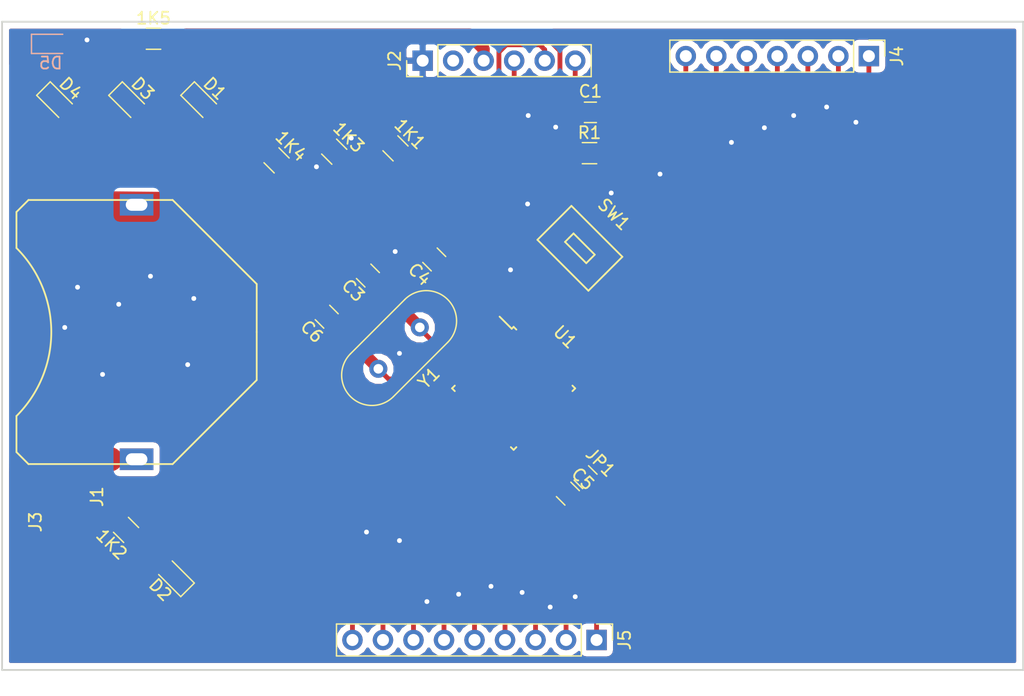
<source format=kicad_pcb>
(kicad_pcb (version 4) (host pcbnew 4.0.7)

  (general
    (links 62)
    (no_connects 1)
    (area 44.924999 43.924999 130.075001 98.075001)
    (thickness 1.6)
    (drawings 4)
    (tracks 396)
    (zones 0)
    (modules 25)
    (nets 36)
  )

  (page A4)
  (layers
    (0 F.Cu signal)
    (31 B.Cu signal)
    (32 B.Adhes user)
    (33 F.Adhes user)
    (34 B.Paste user)
    (35 F.Paste user)
    (36 B.SilkS user)
    (37 F.SilkS user)
    (38 B.Mask user)
    (39 F.Mask user)
    (40 Dwgs.User user)
    (41 Cmts.User user)
    (42 Eco1.User user)
    (43 Eco2.User user)
    (44 Edge.Cuts user)
    (45 Margin user)
    (46 B.CrtYd user)
    (47 F.CrtYd user)
    (48 B.Fab user)
    (49 F.Fab user)
  )

  (setup
    (last_trace_width 0.4)
    (user_trace_width 0.2)
    (user_trace_width 0.3)
    (user_trace_width 0.35)
    (user_trace_width 0.4)
    (user_trace_width 0.5)
    (user_trace_width 0.55)
    (user_trace_width 1)
    (user_trace_width 2)
    (trace_clearance 0.2)
    (zone_clearance 0.508)
    (zone_45_only no)
    (trace_min 0.2)
    (segment_width 0.2)
    (edge_width 0.15)
    (via_size 0.6)
    (via_drill 0.4)
    (via_min_size 0.4)
    (via_min_drill 0.3)
    (uvia_size 0.3)
    (uvia_drill 0.1)
    (uvias_allowed no)
    (uvia_min_size 0.2)
    (uvia_min_drill 0.1)
    (pcb_text_width 0.3)
    (pcb_text_size 1.5 1.5)
    (mod_edge_width 0.15)
    (mod_text_size 1 1)
    (mod_text_width 0.15)
    (pad_size 1.524 1.524)
    (pad_drill 0.762)
    (pad_to_mask_clearance 0.2)
    (aux_axis_origin 0 0)
    (visible_elements 7FFFFFFF)
    (pcbplotparams
      (layerselection 0x3ffff_80000001)
      (usegerberextensions false)
      (excludeedgelayer true)
      (linewidth 0.100000)
      (plotframeref false)
      (viasonmask false)
      (mode 1)
      (useauxorigin false)
      (hpglpennumber 1)
      (hpglpenspeed 20)
      (hpglpendiameter 15)
      (hpglpenoverlay 2)
      (psnegative false)
      (psa4output false)
      (plotreference true)
      (plotvalue true)
      (plotinvisibletext false)
      (padsonsilk false)
      (subtractmaskfromsilk false)
      (outputformat 1)
      (mirror false)
      (drillshape 0)
      (scaleselection 1)
      (outputdirectory ../../../Desktop/Gerber_Borrar/))
  )

  (net 0 "")
  (net 1 "Net-(1K1-Pad1)")
  (net 2 /D2)
  (net 3 "Net-(1K2-Pad1)")
  (net 4 /VDD)
  (net 5 /DTR)
  (net 6 /RESET)
  (net 7 /GND)
  (net 8 /XTAL1)
  (net 9 /XTAL2)
  (net 10 /RX)
  (net 11 /TX)
  (net 12 /A0)
  (net 13 /A1)
  (net 14 /A2)
  (net 15 /A3)
  (net 16 /D3)
  (net 17 /D4)
  (net 18 /D5)
  (net 19 /D6)
  (net 20 /D7)
  (net 21 /D8)
  (net 22 /D9)
  (net 23 /SCK)
  (net 24 /MISO)
  (net 25 /MOSI)
  (net 26 /SS)
  (net 27 /SDA)
  (net 28 /SCL)
  (net 29 "Net-(JP1-Pad2)")
  (net 30 "Net-(1K3-Pad1)")
  (net 31 "Net-(1K4-Pad1)")
  (net 32 "Net-(1K5-Pad1)")
  (net 33 "Net-(J2-Pad2)")
  (net 34 "Net-(U1-Pad19)")
  (net 35 "Net-(U1-Pad22)")

  (net_class Default "This is the default net class."
    (clearance 0.2)
    (trace_width 0.25)
    (via_dia 0.6)
    (via_drill 0.4)
    (uvia_dia 0.3)
    (uvia_drill 0.1)
    (add_net /A0)
    (add_net /A1)
    (add_net /A2)
    (add_net /A3)
    (add_net /D2)
    (add_net /D3)
    (add_net /D4)
    (add_net /D5)
    (add_net /D6)
    (add_net /D7)
    (add_net /D8)
    (add_net /D9)
    (add_net /DTR)
    (add_net /GND)
    (add_net /MISO)
    (add_net /MOSI)
    (add_net /RESET)
    (add_net /RX)
    (add_net /SCK)
    (add_net /SCL)
    (add_net /SDA)
    (add_net /SS)
    (add_net /TX)
    (add_net /VDD)
    (add_net /XTAL1)
    (add_net /XTAL2)
    (add_net "Net-(1K1-Pad1)")
    (add_net "Net-(1K2-Pad1)")
    (add_net "Net-(1K3-Pad1)")
    (add_net "Net-(1K4-Pad1)")
    (add_net "Net-(1K5-Pad1)")
    (add_net "Net-(J2-Pad2)")
    (add_net "Net-(JP1-Pad2)")
    (add_net "Net-(U1-Pad19)")
    (add_net "Net-(U1-Pad22)")
  )

  (module Resistors_SMD:R_0805_HandSoldering (layer F.Cu) (tedit 58E0A804) (tstamp 5B0DE225)
    (at 77.75 54.55 315)
    (descr "Resistor SMD 0805, hand soldering")
    (tags "resistor 0805")
    (path /5B0AE8AB)
    (attr smd)
    (fp_text reference 1K1 (at 0 -1.7 315) (layer F.SilkS)
      (effects (font (size 1 1) (thickness 0.15)))
    )
    (fp_text value R_Small (at 0 1.75 315) (layer F.Fab)
      (effects (font (size 1 1) (thickness 0.15)))
    )
    (fp_text user %R (at 0 0 315) (layer F.Fab)
      (effects (font (size 0.5 0.5) (thickness 0.075)))
    )
    (fp_line (start -1 0.62) (end -1 -0.62) (layer F.Fab) (width 0.1))
    (fp_line (start 1 0.62) (end -1 0.62) (layer F.Fab) (width 0.1))
    (fp_line (start 1 -0.62) (end 1 0.62) (layer F.Fab) (width 0.1))
    (fp_line (start -1 -0.62) (end 1 -0.62) (layer F.Fab) (width 0.1))
    (fp_line (start 0.6 0.88) (end -0.6 0.88) (layer F.SilkS) (width 0.12))
    (fp_line (start -0.6 -0.88) (end 0.6 -0.88) (layer F.SilkS) (width 0.12))
    (fp_line (start -2.35 -0.9) (end 2.35 -0.9) (layer F.CrtYd) (width 0.05))
    (fp_line (start -2.35 -0.9) (end -2.35 0.9) (layer F.CrtYd) (width 0.05))
    (fp_line (start 2.35 0.9) (end 2.35 -0.9) (layer F.CrtYd) (width 0.05))
    (fp_line (start 2.35 0.9) (end -2.35 0.9) (layer F.CrtYd) (width 0.05))
    (pad 1 smd rect (at -1.35 0 315) (size 1.5 1.3) (layers F.Cu F.Paste F.Mask)
      (net 1 "Net-(1K1-Pad1)"))
    (pad 2 smd rect (at 1.35 0 315) (size 1.5 1.3) (layers F.Cu F.Paste F.Mask)
      (net 2 /D2))
    (model ${KISYS3DMOD}/Resistors_SMD.3dshapes/R_0805.wrl
      (at (xyz 0 0 0))
      (scale (xyz 1 1 1))
      (rotate (xyz 0 0 0))
    )
  )

  (module Resistors_SMD:R_0805_HandSoldering (layer F.Cu) (tedit 58E0A804) (tstamp 5B0DE236)
    (at 55.3212 86.3346 135)
    (descr "Resistor SMD 0805, hand soldering")
    (tags "resistor 0805")
    (path /5B0B3349)
    (attr smd)
    (fp_text reference 1K2 (at 0 -1.7 135) (layer F.SilkS)
      (effects (font (size 1 1) (thickness 0.15)))
    )
    (fp_text value R_Small (at 0 1.75 135) (layer F.Fab)
      (effects (font (size 1 1) (thickness 0.15)))
    )
    (fp_text user %R (at 0 0 135) (layer F.Fab)
      (effects (font (size 0.5 0.5) (thickness 0.075)))
    )
    (fp_line (start -1 0.62) (end -1 -0.62) (layer F.Fab) (width 0.1))
    (fp_line (start 1 0.62) (end -1 0.62) (layer F.Fab) (width 0.1))
    (fp_line (start 1 -0.62) (end 1 0.62) (layer F.Fab) (width 0.1))
    (fp_line (start -1 -0.62) (end 1 -0.62) (layer F.Fab) (width 0.1))
    (fp_line (start 0.6 0.88) (end -0.6 0.88) (layer F.SilkS) (width 0.12))
    (fp_line (start -0.6 -0.88) (end 0.6 -0.88) (layer F.SilkS) (width 0.12))
    (fp_line (start -2.35 -0.9) (end 2.35 -0.9) (layer F.CrtYd) (width 0.05))
    (fp_line (start -2.35 -0.9) (end -2.35 0.9) (layer F.CrtYd) (width 0.05))
    (fp_line (start 2.35 0.9) (end 2.35 -0.9) (layer F.CrtYd) (width 0.05))
    (fp_line (start 2.35 0.9) (end -2.35 0.9) (layer F.CrtYd) (width 0.05))
    (pad 1 smd rect (at -1.35 0 135) (size 1.5 1.3) (layers F.Cu F.Paste F.Mask)
      (net 3 "Net-(1K2-Pad1)"))
    (pad 2 smd rect (at 1.35 0 135) (size 1.5 1.3) (layers F.Cu F.Paste F.Mask)
      (net 4 /VDD))
    (model ${KISYS3DMOD}/Resistors_SMD.3dshapes/R_0805.wrl
      (at (xyz 0 0 0))
      (scale (xyz 1 1 1))
      (rotate (xyz 0 0 0))
    )
  )

  (module Capacitors_SMD:C_0805_HandSoldering (layer F.Cu) (tedit 58AA84A8) (tstamp 5B0DE247)
    (at 93.975 51.55)
    (descr "Capacitor SMD 0805, hand soldering")
    (tags "capacitor 0805")
    (path /5B0A5928)
    (attr smd)
    (fp_text reference C1 (at 0 -1.75) (layer F.SilkS)
      (effects (font (size 1 1) (thickness 0.15)))
    )
    (fp_text value 0.1uF (at 0 1.75) (layer F.Fab)
      (effects (font (size 1 1) (thickness 0.15)))
    )
    (fp_text user %R (at 0 -1.75) (layer F.Fab)
      (effects (font (size 1 1) (thickness 0.15)))
    )
    (fp_line (start -1 0.62) (end -1 -0.62) (layer F.Fab) (width 0.1))
    (fp_line (start 1 0.62) (end -1 0.62) (layer F.Fab) (width 0.1))
    (fp_line (start 1 -0.62) (end 1 0.62) (layer F.Fab) (width 0.1))
    (fp_line (start -1 -0.62) (end 1 -0.62) (layer F.Fab) (width 0.1))
    (fp_line (start 0.5 -0.85) (end -0.5 -0.85) (layer F.SilkS) (width 0.12))
    (fp_line (start -0.5 0.85) (end 0.5 0.85) (layer F.SilkS) (width 0.12))
    (fp_line (start -2.25 -0.88) (end 2.25 -0.88) (layer F.CrtYd) (width 0.05))
    (fp_line (start -2.25 -0.88) (end -2.25 0.87) (layer F.CrtYd) (width 0.05))
    (fp_line (start 2.25 0.87) (end 2.25 -0.88) (layer F.CrtYd) (width 0.05))
    (fp_line (start 2.25 0.87) (end -2.25 0.87) (layer F.CrtYd) (width 0.05))
    (pad 1 smd rect (at -1.25 0) (size 1.5 1.25) (layers F.Cu F.Paste F.Mask)
      (net 5 /DTR))
    (pad 2 smd rect (at 1.25 0) (size 1.5 1.25) (layers F.Cu F.Paste F.Mask)
      (net 6 /RESET))
    (model Capacitors_SMD.3dshapes/C_0805.wrl
      (at (xyz 0 0 0))
      (scale (xyz 1 1 1))
      (rotate (xyz 0 0 0))
    )
  )

  (module Capacitors_SMD:C_0805_HandSoldering (layer F.Cu) (tedit 58AA84A8) (tstamp 5B0DE269)
    (at 75.4545 65.145 135)
    (descr "Capacitor SMD 0805, hand soldering")
    (tags "capacitor 0805")
    (path /5B0A4B95)
    (attr smd)
    (fp_text reference C3 (at 0 -1.75 135) (layer F.SilkS)
      (effects (font (size 1 1) (thickness 0.15)))
    )
    (fp_text value 22pF (at 0 1.75 135) (layer F.Fab)
      (effects (font (size 1 1) (thickness 0.15)))
    )
    (fp_text user %R (at 0 -1.75 135) (layer F.Fab)
      (effects (font (size 1 1) (thickness 0.15)))
    )
    (fp_line (start -1 0.62) (end -1 -0.62) (layer F.Fab) (width 0.1))
    (fp_line (start 1 0.62) (end -1 0.62) (layer F.Fab) (width 0.1))
    (fp_line (start 1 -0.62) (end 1 0.62) (layer F.Fab) (width 0.1))
    (fp_line (start -1 -0.62) (end 1 -0.62) (layer F.Fab) (width 0.1))
    (fp_line (start 0.5 -0.85) (end -0.5 -0.85) (layer F.SilkS) (width 0.12))
    (fp_line (start -0.5 0.85) (end 0.5 0.85) (layer F.SilkS) (width 0.12))
    (fp_line (start -2.25 -0.88) (end 2.25 -0.88) (layer F.CrtYd) (width 0.05))
    (fp_line (start -2.25 -0.88) (end -2.25 0.87) (layer F.CrtYd) (width 0.05))
    (fp_line (start 2.25 0.87) (end 2.25 -0.88) (layer F.CrtYd) (width 0.05))
    (fp_line (start 2.25 0.87) (end -2.25 0.87) (layer F.CrtYd) (width 0.05))
    (pad 1 smd rect (at -1.25 0 135) (size 1.5 1.25) (layers F.Cu F.Paste F.Mask)
      (net 8 /XTAL1))
    (pad 2 smd rect (at 1.25 0 135) (size 1.5 1.25) (layers F.Cu F.Paste F.Mask)
      (net 7 /GND))
    (model Capacitors_SMD.3dshapes/C_0805.wrl
      (at (xyz 0 0 0))
      (scale (xyz 1 1 1))
      (rotate (xyz 0 0 0))
    )
  )

  (module Capacitors_SMD:C_0805_HandSoldering (layer F.Cu) (tedit 58AA84A8) (tstamp 5B0DE27A)
    (at 80.9752 63.8048 135)
    (descr "Capacitor SMD 0805, hand soldering")
    (tags "capacitor 0805")
    (path /5B0AF154)
    (attr smd)
    (fp_text reference C4 (at 0 -1.75 135) (layer F.SilkS)
      (effects (font (size 1 1) (thickness 0.15)))
    )
    (fp_text value C_Small (at 0 1.75 135) (layer F.Fab)
      (effects (font (size 1 1) (thickness 0.15)))
    )
    (fp_text user %R (at 0 -1.75 135) (layer F.Fab)
      (effects (font (size 1 1) (thickness 0.15)))
    )
    (fp_line (start -1 0.62) (end -1 -0.62) (layer F.Fab) (width 0.1))
    (fp_line (start 1 0.62) (end -1 0.62) (layer F.Fab) (width 0.1))
    (fp_line (start 1 -0.62) (end 1 0.62) (layer F.Fab) (width 0.1))
    (fp_line (start -1 -0.62) (end 1 -0.62) (layer F.Fab) (width 0.1))
    (fp_line (start 0.5 -0.85) (end -0.5 -0.85) (layer F.SilkS) (width 0.12))
    (fp_line (start -0.5 0.85) (end 0.5 0.85) (layer F.SilkS) (width 0.12))
    (fp_line (start -2.25 -0.88) (end 2.25 -0.88) (layer F.CrtYd) (width 0.05))
    (fp_line (start -2.25 -0.88) (end -2.25 0.87) (layer F.CrtYd) (width 0.05))
    (fp_line (start 2.25 0.87) (end 2.25 -0.88) (layer F.CrtYd) (width 0.05))
    (fp_line (start 2.25 0.87) (end -2.25 0.87) (layer F.CrtYd) (width 0.05))
    (pad 1 smd rect (at -1.25 0 135) (size 1.5 1.25) (layers F.Cu F.Paste F.Mask)
      (net 4 /VDD))
    (pad 2 smd rect (at 1.25 0 135) (size 1.5 1.25) (layers F.Cu F.Paste F.Mask)
      (net 7 /GND))
    (model Capacitors_SMD.3dshapes/C_0805.wrl
      (at (xyz 0 0 0))
      (scale (xyz 1 1 1))
      (rotate (xyz 0 0 0))
    )
  )

  (module Capacitors_SMD:C_0805_HandSoldering (layer F.Cu) (tedit 58AA84A8) (tstamp 5B0DE28B)
    (at 92.1004 83.312 315)
    (descr "Capacitor SMD 0805, hand soldering")
    (tags "capacitor 0805")
    (path /5B0AF17F)
    (attr smd)
    (fp_text reference C5 (at 0 -1.75 315) (layer F.SilkS)
      (effects (font (size 1 1) (thickness 0.15)))
    )
    (fp_text value C_Small (at 0 1.75 315) (layer F.Fab)
      (effects (font (size 1 1) (thickness 0.15)))
    )
    (fp_text user %R (at 0 -1.75 315) (layer F.Fab)
      (effects (font (size 1 1) (thickness 0.15)))
    )
    (fp_line (start -1 0.62) (end -1 -0.62) (layer F.Fab) (width 0.1))
    (fp_line (start 1 0.62) (end -1 0.62) (layer F.Fab) (width 0.1))
    (fp_line (start 1 -0.62) (end 1 0.62) (layer F.Fab) (width 0.1))
    (fp_line (start -1 -0.62) (end 1 -0.62) (layer F.Fab) (width 0.1))
    (fp_line (start 0.5 -0.85) (end -0.5 -0.85) (layer F.SilkS) (width 0.12))
    (fp_line (start -0.5 0.85) (end 0.5 0.85) (layer F.SilkS) (width 0.12))
    (fp_line (start -2.25 -0.88) (end 2.25 -0.88) (layer F.CrtYd) (width 0.05))
    (fp_line (start -2.25 -0.88) (end -2.25 0.87) (layer F.CrtYd) (width 0.05))
    (fp_line (start 2.25 0.87) (end 2.25 -0.88) (layer F.CrtYd) (width 0.05))
    (fp_line (start 2.25 0.87) (end -2.25 0.87) (layer F.CrtYd) (width 0.05))
    (pad 1 smd rect (at -1.25 0 315) (size 1.5 1.25) (layers F.Cu F.Paste F.Mask)
      (net 4 /VDD))
    (pad 2 smd rect (at 1.25 0 315) (size 1.5 1.25) (layers F.Cu F.Paste F.Mask)
      (net 7 /GND))
    (model Capacitors_SMD.3dshapes/C_0805.wrl
      (at (xyz 0 0 0))
      (scale (xyz 1 1 1))
      (rotate (xyz 0 0 0))
    )
  )

  (module Capacitors_SMD:C_0805_HandSoldering (layer F.Cu) (tedit 58AA84A8) (tstamp 5B0DE29C)
    (at 72.0255 68.574 135)
    (descr "Capacitor SMD 0805, hand soldering")
    (tags "capacitor 0805")
    (path /5B0A4BEA)
    (attr smd)
    (fp_text reference C6 (at 0 -1.75 135) (layer F.SilkS)
      (effects (font (size 1 1) (thickness 0.15)))
    )
    (fp_text value 22pF (at 0 1.75 135) (layer F.Fab)
      (effects (font (size 1 1) (thickness 0.15)))
    )
    (fp_text user %R (at 0 -1.75 135) (layer F.Fab)
      (effects (font (size 1 1) (thickness 0.15)))
    )
    (fp_line (start -1 0.62) (end -1 -0.62) (layer F.Fab) (width 0.1))
    (fp_line (start 1 0.62) (end -1 0.62) (layer F.Fab) (width 0.1))
    (fp_line (start 1 -0.62) (end 1 0.62) (layer F.Fab) (width 0.1))
    (fp_line (start -1 -0.62) (end 1 -0.62) (layer F.Fab) (width 0.1))
    (fp_line (start 0.5 -0.85) (end -0.5 -0.85) (layer F.SilkS) (width 0.12))
    (fp_line (start -0.5 0.85) (end 0.5 0.85) (layer F.SilkS) (width 0.12))
    (fp_line (start -2.25 -0.88) (end 2.25 -0.88) (layer F.CrtYd) (width 0.05))
    (fp_line (start -2.25 -0.88) (end -2.25 0.87) (layer F.CrtYd) (width 0.05))
    (fp_line (start 2.25 0.87) (end 2.25 -0.88) (layer F.CrtYd) (width 0.05))
    (fp_line (start 2.25 0.87) (end -2.25 0.87) (layer F.CrtYd) (width 0.05))
    (pad 1 smd rect (at -1.25 0 135) (size 1.5 1.25) (layers F.Cu F.Paste F.Mask)
      (net 9 /XTAL2))
    (pad 2 smd rect (at 1.25 0 135) (size 1.5 1.25) (layers F.Cu F.Paste F.Mask)
      (net 7 /GND))
    (model Capacitors_SMD.3dshapes/C_0805.wrl
      (at (xyz 0 0 0))
      (scale (xyz 1 1 1))
      (rotate (xyz 0 0 0))
    )
  )

  (module Diodes_SMD:D_0805 (layer F.Cu) (tedit 590CE9A4) (tstamp 5B0DE2B4)
    (at 61.575 50.7 315)
    (descr "Diode SMD in 0805 package http://datasheets.avx.com/schottky.pdf")
    (tags "smd diode")
    (path /5B0AE96D)
    (attr smd)
    (fp_text reference D1 (at 0 -1.6 315) (layer F.SilkS)
      (effects (font (size 1 1) (thickness 0.15)))
    )
    (fp_text value Test_D2 (at 0 1.7 315) (layer F.Fab)
      (effects (font (size 1 1) (thickness 0.15)))
    )
    (fp_text user %R (at 0 -1.6 315) (layer F.Fab)
      (effects (font (size 1 1) (thickness 0.15)))
    )
    (fp_line (start -1.6 -0.8) (end -1.6 0.8) (layer F.SilkS) (width 0.12))
    (fp_line (start -1.7 0.88) (end -1.7 -0.88) (layer F.CrtYd) (width 0.05))
    (fp_line (start 1.7 0.88) (end -1.7 0.88) (layer F.CrtYd) (width 0.05))
    (fp_line (start 1.7 -0.88) (end 1.7 0.88) (layer F.CrtYd) (width 0.05))
    (fp_line (start -1.7 -0.88) (end 1.7 -0.88) (layer F.CrtYd) (width 0.05))
    (fp_line (start 0.2 0) (end 0.4 0) (layer F.Fab) (width 0.1))
    (fp_line (start -0.1 0) (end -0.3 0) (layer F.Fab) (width 0.1))
    (fp_line (start -0.1 -0.2) (end -0.1 0.2) (layer F.Fab) (width 0.1))
    (fp_line (start 0.2 0.2) (end 0.2 -0.2) (layer F.Fab) (width 0.1))
    (fp_line (start -0.1 0) (end 0.2 0.2) (layer F.Fab) (width 0.1))
    (fp_line (start 0.2 -0.2) (end -0.1 0) (layer F.Fab) (width 0.1))
    (fp_line (start -1 0.65) (end -1 -0.65) (layer F.Fab) (width 0.1))
    (fp_line (start 1 0.65) (end -1 0.65) (layer F.Fab) (width 0.1))
    (fp_line (start 1 -0.65) (end 1 0.65) (layer F.Fab) (width 0.1))
    (fp_line (start -1 -0.65) (end 1 -0.65) (layer F.Fab) (width 0.1))
    (fp_line (start -1.6 0.8) (end 1 0.8) (layer F.SilkS) (width 0.12))
    (fp_line (start -1.6 -0.8) (end 1 -0.8) (layer F.SilkS) (width 0.12))
    (pad 1 smd rect (at -1.05 0 315) (size 0.8 0.9) (layers F.Cu F.Paste F.Mask)
      (net 7 /GND))
    (pad 2 smd rect (at 1.05 0 315) (size 0.8 0.9) (layers F.Cu F.Paste F.Mask)
      (net 1 "Net-(1K1-Pad1)"))
    (model ${KISYS3DMOD}/Diodes_SMD.3dshapes/D_0805.wrl
      (at (xyz 0 0 0))
      (scale (xyz 1 1 1))
      (rotate (xyz 0 0 0))
    )
  )

  (module Diodes_SMD:D_0805 (layer F.Cu) (tedit 590CE9A4) (tstamp 5B0DE2CC)
    (at 59.309 90.1954 135)
    (descr "Diode SMD in 0805 package http://datasheets.avx.com/schottky.pdf")
    (tags "smd diode")
    (path /5B0B334F)
    (attr smd)
    (fp_text reference D2 (at 0 -1.6 135) (layer F.SilkS)
      (effects (font (size 1 1) (thickness 0.15)))
    )
    (fp_text value POW (at 0 1.7 135) (layer F.Fab)
      (effects (font (size 1 1) (thickness 0.15)))
    )
    (fp_text user %R (at 0 -1.6 135) (layer F.Fab)
      (effects (font (size 1 1) (thickness 0.15)))
    )
    (fp_line (start -1.6 -0.8) (end -1.6 0.8) (layer F.SilkS) (width 0.12))
    (fp_line (start -1.7 0.88) (end -1.7 -0.88) (layer F.CrtYd) (width 0.05))
    (fp_line (start 1.7 0.88) (end -1.7 0.88) (layer F.CrtYd) (width 0.05))
    (fp_line (start 1.7 -0.88) (end 1.7 0.88) (layer F.CrtYd) (width 0.05))
    (fp_line (start -1.7 -0.88) (end 1.7 -0.88) (layer F.CrtYd) (width 0.05))
    (fp_line (start 0.2 0) (end 0.4 0) (layer F.Fab) (width 0.1))
    (fp_line (start -0.1 0) (end -0.3 0) (layer F.Fab) (width 0.1))
    (fp_line (start -0.1 -0.2) (end -0.1 0.2) (layer F.Fab) (width 0.1))
    (fp_line (start 0.2 0.2) (end 0.2 -0.2) (layer F.Fab) (width 0.1))
    (fp_line (start -0.1 0) (end 0.2 0.2) (layer F.Fab) (width 0.1))
    (fp_line (start 0.2 -0.2) (end -0.1 0) (layer F.Fab) (width 0.1))
    (fp_line (start -1 0.65) (end -1 -0.65) (layer F.Fab) (width 0.1))
    (fp_line (start 1 0.65) (end -1 0.65) (layer F.Fab) (width 0.1))
    (fp_line (start 1 -0.65) (end 1 0.65) (layer F.Fab) (width 0.1))
    (fp_line (start -1 -0.65) (end 1 -0.65) (layer F.Fab) (width 0.1))
    (fp_line (start -1.6 0.8) (end 1 0.8) (layer F.SilkS) (width 0.12))
    (fp_line (start -1.6 -0.8) (end 1 -0.8) (layer F.SilkS) (width 0.12))
    (pad 1 smd rect (at -1.05 0 135) (size 0.8 0.9) (layers F.Cu F.Paste F.Mask)
      (net 7 /GND))
    (pad 2 smd rect (at 1.05 0 135) (size 0.8 0.9) (layers F.Cu F.Paste F.Mask)
      (net 3 "Net-(1K2-Pad1)"))
    (model ${KISYS3DMOD}/Diodes_SMD.3dshapes/D_0805.wrl
      (at (xyz 0 0 0))
      (scale (xyz 1 1 1))
      (rotate (xyz 0 0 0))
    )
  )

  (module Pin_Headers:Pin_Header_Straight_1x06_Pitch2.54mm (layer F.Cu) (tedit 59650532) (tstamp 5B0DE2FC)
    (at 80.01 47.244 90)
    (descr "Through hole straight pin header, 1x06, 2.54mm pitch, single row")
    (tags "Through hole pin header THT 1x06 2.54mm single row")
    (path /5B0B109C)
    (fp_text reference J2 (at 0 -2.33 90) (layer F.SilkS)
      (effects (font (size 1 1) (thickness 0.15)))
    )
    (fp_text value Conn_01x06 (at 0 15.03 90) (layer F.Fab)
      (effects (font (size 1 1) (thickness 0.15)))
    )
    (fp_line (start -0.635 -1.27) (end 1.27 -1.27) (layer F.Fab) (width 0.1))
    (fp_line (start 1.27 -1.27) (end 1.27 13.97) (layer F.Fab) (width 0.1))
    (fp_line (start 1.27 13.97) (end -1.27 13.97) (layer F.Fab) (width 0.1))
    (fp_line (start -1.27 13.97) (end -1.27 -0.635) (layer F.Fab) (width 0.1))
    (fp_line (start -1.27 -0.635) (end -0.635 -1.27) (layer F.Fab) (width 0.1))
    (fp_line (start -1.33 14.03) (end 1.33 14.03) (layer F.SilkS) (width 0.12))
    (fp_line (start -1.33 1.27) (end -1.33 14.03) (layer F.SilkS) (width 0.12))
    (fp_line (start 1.33 1.27) (end 1.33 14.03) (layer F.SilkS) (width 0.12))
    (fp_line (start -1.33 1.27) (end 1.33 1.27) (layer F.SilkS) (width 0.12))
    (fp_line (start -1.33 0) (end -1.33 -1.33) (layer F.SilkS) (width 0.12))
    (fp_line (start -1.33 -1.33) (end 0 -1.33) (layer F.SilkS) (width 0.12))
    (fp_line (start -1.8 -1.8) (end -1.8 14.5) (layer F.CrtYd) (width 0.05))
    (fp_line (start -1.8 14.5) (end 1.8 14.5) (layer F.CrtYd) (width 0.05))
    (fp_line (start 1.8 14.5) (end 1.8 -1.8) (layer F.CrtYd) (width 0.05))
    (fp_line (start 1.8 -1.8) (end -1.8 -1.8) (layer F.CrtYd) (width 0.05))
    (fp_text user %R (at 0 6.35 180) (layer F.Fab)
      (effects (font (size 1 1) (thickness 0.15)))
    )
    (pad 1 thru_hole rect (at 0 0 90) (size 1.7 1.7) (drill 1) (layers *.Cu *.Mask)
      (net 7 /GND))
    (pad 2 thru_hole oval (at 0 2.54 90) (size 1.7 1.7) (drill 1) (layers *.Cu *.Mask)
      (net 33 "Net-(J2-Pad2)"))
    (pad 3 thru_hole oval (at 0 5.08 90) (size 1.7 1.7) (drill 1) (layers *.Cu *.Mask)
      (net 4 /VDD))
    (pad 4 thru_hole oval (at 0 7.62 90) (size 1.7 1.7) (drill 1) (layers *.Cu *.Mask)
      (net 10 /RX))
    (pad 5 thru_hole oval (at 0 10.16 90) (size 1.7 1.7) (drill 1) (layers *.Cu *.Mask)
      (net 11 /TX))
    (pad 6 thru_hole oval (at 0 12.7 90) (size 1.7 1.7) (drill 1) (layers *.Cu *.Mask)
      (net 5 /DTR))
    (model ${KISYS3DMOD}/Pin_Headers.3dshapes/Pin_Header_Straight_1x06_Pitch2.54mm.wrl
      (at (xyz 0 0 0))
      (scale (xyz 1 1 1))
      (rotate (xyz 0 0 0))
    )
  )

  (module Capacitors_SMD:C_0805_HandSoldering (layer F.Cu) (tedit 58AA84A8) (tstamp 5B0DE39F)
    (at 93.5736 81.9404 315)
    (descr "Capacitor SMD 0805, hand soldering")
    (tags "capacitor 0805")
    (path /5B0AF9C0)
    (attr smd)
    (fp_text reference JP1 (at 0 -1.75 315) (layer F.SilkS)
      (effects (font (size 1 1) (thickness 0.15)))
    )
    (fp_text value Jumper_NO_Small (at 0 1.75 315) (layer F.Fab)
      (effects (font (size 1 1) (thickness 0.15)))
    )
    (fp_text user %R (at 0 -1.75 315) (layer F.Fab)
      (effects (font (size 1 1) (thickness 0.15)))
    )
    (fp_line (start -1 0.62) (end -1 -0.62) (layer F.Fab) (width 0.1))
    (fp_line (start 1 0.62) (end -1 0.62) (layer F.Fab) (width 0.1))
    (fp_line (start 1 -0.62) (end 1 0.62) (layer F.Fab) (width 0.1))
    (fp_line (start -1 -0.62) (end 1 -0.62) (layer F.Fab) (width 0.1))
    (fp_line (start 0.5 -0.85) (end -0.5 -0.85) (layer F.SilkS) (width 0.12))
    (fp_line (start -0.5 0.85) (end 0.5 0.85) (layer F.SilkS) (width 0.12))
    (fp_line (start -2.25 -0.88) (end 2.25 -0.88) (layer F.CrtYd) (width 0.05))
    (fp_line (start -2.25 -0.88) (end -2.25 0.87) (layer F.CrtYd) (width 0.05))
    (fp_line (start 2.25 0.87) (end 2.25 -0.88) (layer F.CrtYd) (width 0.05))
    (fp_line (start 2.25 0.87) (end -2.25 0.87) (layer F.CrtYd) (width 0.05))
    (pad 1 smd rect (at -1.25 0 315) (size 1.5 1.25) (layers F.Cu F.Paste F.Mask)
      (net 4 /VDD))
    (pad 2 smd rect (at 1.25 0 315) (size 1.5 1.25) (layers F.Cu F.Paste F.Mask)
      (net 29 "Net-(JP1-Pad2)"))
    (model Capacitors_SMD.3dshapes/C_0805.wrl
      (at (xyz 0 0 0))
      (scale (xyz 1 1 1))
      (rotate (xyz 0 0 0))
    )
  )

  (module Resistors_SMD:R_0805_HandSoldering (layer F.Cu) (tedit 58E0A804) (tstamp 5B0DE3B0)
    (at 93.9 54.95)
    (descr "Resistor SMD 0805, hand soldering")
    (tags "resistor 0805")
    (path /5B0A5781)
    (attr smd)
    (fp_text reference R1 (at 0 -1.7) (layer F.SilkS)
      (effects (font (size 1 1) (thickness 0.15)))
    )
    (fp_text value 10K (at 0 1.75) (layer F.Fab)
      (effects (font (size 1 1) (thickness 0.15)))
    )
    (fp_text user %R (at 0 0) (layer F.Fab)
      (effects (font (size 0.5 0.5) (thickness 0.075)))
    )
    (fp_line (start -1 0.62) (end -1 -0.62) (layer F.Fab) (width 0.1))
    (fp_line (start 1 0.62) (end -1 0.62) (layer F.Fab) (width 0.1))
    (fp_line (start 1 -0.62) (end 1 0.62) (layer F.Fab) (width 0.1))
    (fp_line (start -1 -0.62) (end 1 -0.62) (layer F.Fab) (width 0.1))
    (fp_line (start 0.6 0.88) (end -0.6 0.88) (layer F.SilkS) (width 0.12))
    (fp_line (start -0.6 -0.88) (end 0.6 -0.88) (layer F.SilkS) (width 0.12))
    (fp_line (start -2.35 -0.9) (end 2.35 -0.9) (layer F.CrtYd) (width 0.05))
    (fp_line (start -2.35 -0.9) (end -2.35 0.9) (layer F.CrtYd) (width 0.05))
    (fp_line (start 2.35 0.9) (end 2.35 -0.9) (layer F.CrtYd) (width 0.05))
    (fp_line (start 2.35 0.9) (end -2.35 0.9) (layer F.CrtYd) (width 0.05))
    (pad 1 smd rect (at -1.35 0) (size 1.5 1.3) (layers F.Cu F.Paste F.Mask)
      (net 4 /VDD))
    (pad 2 smd rect (at 1.35 0) (size 1.5 1.3) (layers F.Cu F.Paste F.Mask)
      (net 6 /RESET))
    (model ${KISYS3DMOD}/Resistors_SMD.3dshapes/R_0805.wrl
      (at (xyz 0 0 0))
      (scale (xyz 1 1 1))
      (rotate (xyz 0 0 0))
    )
  )

  (module Housings_QFP:TQFP-32_7x7mm_Pitch0.8mm (layer F.Cu) (tedit 58CC9A48) (tstamp 5B0DE3E7)
    (at 87.583 74.543 315)
    (descr "32-Lead Plastic Thin Quad Flatpack (PT) - 7x7x1.0 mm Body, 2.00 mm [TQFP] (see Microchip Packaging Specification 00000049BS.pdf)")
    (tags "QFP 0.8")
    (path /5B0A48D9)
    (autoplace_cost180 2)
    (attr smd)
    (fp_text reference U1 (at 0 -6.05 315) (layer F.SilkS)
      (effects (font (size 1 1) (thickness 0.15)))
    )
    (fp_text value ATMEGA328P-AU (at 0 6.05 315) (layer F.Fab)
      (effects (font (size 1 1) (thickness 0.15)))
    )
    (fp_text user %R (at 0 0 315) (layer F.Fab)
      (effects (font (size 1 1) (thickness 0.15)))
    )
    (fp_line (start -2.5 -3.5) (end 3.5 -3.5) (layer F.Fab) (width 0.15))
    (fp_line (start 3.5 -3.5) (end 3.5 3.5) (layer F.Fab) (width 0.15))
    (fp_line (start 3.5 3.5) (end -3.5 3.5) (layer F.Fab) (width 0.15))
    (fp_line (start -3.5 3.5) (end -3.5 -2.5) (layer F.Fab) (width 0.15))
    (fp_line (start -3.5 -2.5) (end -2.5 -3.5) (layer F.Fab) (width 0.15))
    (fp_line (start -5.3 -5.3) (end -5.3 5.3) (layer F.CrtYd) (width 0.05))
    (fp_line (start 5.3 -5.3) (end 5.3 5.3) (layer F.CrtYd) (width 0.05))
    (fp_line (start -5.3 -5.3) (end 5.3 -5.3) (layer F.CrtYd) (width 0.05))
    (fp_line (start -5.3 5.3) (end 5.3 5.3) (layer F.CrtYd) (width 0.05))
    (fp_line (start -3.625 -3.625) (end -3.625 -3.4) (layer F.SilkS) (width 0.15))
    (fp_line (start 3.625 -3.625) (end 3.625 -3.3) (layer F.SilkS) (width 0.15))
    (fp_line (start 3.625 3.625) (end 3.625 3.3) (layer F.SilkS) (width 0.15))
    (fp_line (start -3.625 3.625) (end -3.625 3.3) (layer F.SilkS) (width 0.15))
    (fp_line (start -3.625 -3.625) (end -3.3 -3.625) (layer F.SilkS) (width 0.15))
    (fp_line (start -3.625 3.625) (end -3.3 3.625) (layer F.SilkS) (width 0.15))
    (fp_line (start 3.625 3.625) (end 3.3 3.625) (layer F.SilkS) (width 0.15))
    (fp_line (start 3.625 -3.625) (end 3.3 -3.625) (layer F.SilkS) (width 0.15))
    (fp_line (start -3.625 -3.4) (end -5.05 -3.4) (layer F.SilkS) (width 0.15))
    (pad 1 smd rect (at -4.25 -2.8 315) (size 1.6 0.55) (layers F.Cu F.Paste F.Mask)
      (net 16 /D3))
    (pad 2 smd rect (at -4.25 -2 315) (size 1.6 0.55) (layers F.Cu F.Paste F.Mask)
      (net 17 /D4))
    (pad 3 smd rect (at -4.25 -1.2 315) (size 1.6 0.55) (layers F.Cu F.Paste F.Mask)
      (net 7 /GND))
    (pad 4 smd rect (at -4.25 -0.4 315) (size 1.6 0.55) (layers F.Cu F.Paste F.Mask)
      (net 4 /VDD))
    (pad 5 smd rect (at -4.25 0.4 315) (size 1.6 0.55) (layers F.Cu F.Paste F.Mask)
      (net 7 /GND))
    (pad 6 smd rect (at -4.25 1.2 315) (size 1.6 0.55) (layers F.Cu F.Paste F.Mask)
      (net 4 /VDD))
    (pad 7 smd rect (at -4.25 2 315) (size 1.6 0.55) (layers F.Cu F.Paste F.Mask)
      (net 8 /XTAL1))
    (pad 8 smd rect (at -4.25 2.8 315) (size 1.6 0.55) (layers F.Cu F.Paste F.Mask)
      (net 9 /XTAL2))
    (pad 9 smd rect (at -2.8 4.25 45) (size 1.6 0.55) (layers F.Cu F.Paste F.Mask)
      (net 18 /D5))
    (pad 10 smd rect (at -2 4.25 45) (size 1.6 0.55) (layers F.Cu F.Paste F.Mask)
      (net 19 /D6))
    (pad 11 smd rect (at -1.2 4.25 45) (size 1.6 0.55) (layers F.Cu F.Paste F.Mask)
      (net 20 /D7))
    (pad 12 smd rect (at -0.4 4.25 45) (size 1.6 0.55) (layers F.Cu F.Paste F.Mask)
      (net 21 /D8))
    (pad 13 smd rect (at 0.4 4.25 45) (size 1.6 0.55) (layers F.Cu F.Paste F.Mask)
      (net 22 /D9))
    (pad 14 smd rect (at 1.2 4.25 45) (size 1.6 0.55) (layers F.Cu F.Paste F.Mask)
      (net 26 /SS))
    (pad 15 smd rect (at 2 4.25 45) (size 1.6 0.55) (layers F.Cu F.Paste F.Mask)
      (net 25 /MOSI))
    (pad 16 smd rect (at 2.8 4.25 45) (size 1.6 0.55) (layers F.Cu F.Paste F.Mask)
      (net 24 /MISO))
    (pad 17 smd rect (at 4.25 2.8 315) (size 1.6 0.55) (layers F.Cu F.Paste F.Mask)
      (net 23 /SCK))
    (pad 18 smd rect (at 4.25 2 315) (size 1.6 0.55) (layers F.Cu F.Paste F.Mask)
      (net 4 /VDD))
    (pad 19 smd rect (at 4.25 1.2 315) (size 1.6 0.55) (layers F.Cu F.Paste F.Mask)
      (net 34 "Net-(U1-Pad19)"))
    (pad 20 smd rect (at 4.25 0.4 315) (size 1.6 0.55) (layers F.Cu F.Paste F.Mask)
      (net 29 "Net-(JP1-Pad2)"))
    (pad 21 smd rect (at 4.25 -0.4 315) (size 1.6 0.55) (layers F.Cu F.Paste F.Mask)
      (net 7 /GND))
    (pad 22 smd rect (at 4.25 -1.2 315) (size 1.6 0.55) (layers F.Cu F.Paste F.Mask)
      (net 35 "Net-(U1-Pad22)"))
    (pad 23 smd rect (at 4.25 -2 315) (size 1.6 0.55) (layers F.Cu F.Paste F.Mask)
      (net 12 /A0))
    (pad 24 smd rect (at 4.25 -2.8 315) (size 1.6 0.55) (layers F.Cu F.Paste F.Mask)
      (net 13 /A1))
    (pad 25 smd rect (at 2.8 -4.25 45) (size 1.6 0.55) (layers F.Cu F.Paste F.Mask)
      (net 14 /A2))
    (pad 26 smd rect (at 2 -4.25 45) (size 1.6 0.55) (layers F.Cu F.Paste F.Mask)
      (net 15 /A3))
    (pad 27 smd rect (at 1.2 -4.25 45) (size 1.6 0.55) (layers F.Cu F.Paste F.Mask)
      (net 27 /SDA))
    (pad 28 smd rect (at 0.4 -4.25 45) (size 1.6 0.55) (layers F.Cu F.Paste F.Mask)
      (net 28 /SCL))
    (pad 29 smd rect (at -0.4 -4.25 45) (size 1.6 0.55) (layers F.Cu F.Paste F.Mask)
      (net 6 /RESET))
    (pad 30 smd rect (at -1.2 -4.25 45) (size 1.6 0.55) (layers F.Cu F.Paste F.Mask)
      (net 10 /RX))
    (pad 31 smd rect (at -2 -4.25 45) (size 1.6 0.55) (layers F.Cu F.Paste F.Mask)
      (net 11 /TX))
    (pad 32 smd rect (at -2.8 -4.25 45) (size 1.6 0.55) (layers F.Cu F.Paste F.Mask)
      (net 2 /D2))
    (model ${KISYS3DMOD}/Housings_QFP.3dshapes/TQFP-32_7x7mm_Pitch0.8mm.wrl
      (at (xyz 0 0 0))
      (scale (xyz 1 1 1))
      (rotate (xyz 0 0 0))
    )
  )

  (module Resistors_SMD:R_0805_HandSoldering (layer F.Cu) (tedit 58E0A804) (tstamp 5B0DF1BE)
    (at 72.65 54.825 315)
    (descr "Resistor SMD 0805, hand soldering")
    (tags "resistor 0805")
    (path /5B0DFA8F)
    (attr smd)
    (fp_text reference 1K3 (at 0 -1.7 315) (layer F.SilkS)
      (effects (font (size 1 1) (thickness 0.15)))
    )
    (fp_text value R_Small (at 0 1.75 315) (layer F.Fab)
      (effects (font (size 1 1) (thickness 0.15)))
    )
    (fp_text user %R (at 0 0 315) (layer F.Fab)
      (effects (font (size 0.5 0.5) (thickness 0.075)))
    )
    (fp_line (start -1 0.62) (end -1 -0.62) (layer F.Fab) (width 0.1))
    (fp_line (start 1 0.62) (end -1 0.62) (layer F.Fab) (width 0.1))
    (fp_line (start 1 -0.62) (end 1 0.62) (layer F.Fab) (width 0.1))
    (fp_line (start -1 -0.62) (end 1 -0.62) (layer F.Fab) (width 0.1))
    (fp_line (start 0.6 0.88) (end -0.6 0.88) (layer F.SilkS) (width 0.12))
    (fp_line (start -0.6 -0.88) (end 0.6 -0.88) (layer F.SilkS) (width 0.12))
    (fp_line (start -2.35 -0.9) (end 2.35 -0.9) (layer F.CrtYd) (width 0.05))
    (fp_line (start -2.35 -0.9) (end -2.35 0.9) (layer F.CrtYd) (width 0.05))
    (fp_line (start 2.35 0.9) (end 2.35 -0.9) (layer F.CrtYd) (width 0.05))
    (fp_line (start 2.35 0.9) (end -2.35 0.9) (layer F.CrtYd) (width 0.05))
    (pad 1 smd rect (at -1.35 0 315) (size 1.5 1.3) (layers F.Cu F.Paste F.Mask)
      (net 30 "Net-(1K3-Pad1)"))
    (pad 2 smd rect (at 1.35 0 315) (size 1.5 1.3) (layers F.Cu F.Paste F.Mask)
      (net 16 /D3))
    (model ${KISYS3DMOD}/Resistors_SMD.3dshapes/R_0805.wrl
      (at (xyz 0 0 0))
      (scale (xyz 1 1 1))
      (rotate (xyz 0 0 0))
    )
  )

  (module Resistors_SMD:R_0805_HandSoldering (layer F.Cu) (tedit 58E0A804) (tstamp 5B0DF1CF)
    (at 67.85 55.55 315)
    (descr "Resistor SMD 0805, hand soldering")
    (tags "resistor 0805")
    (path /5B0DFAE4)
    (attr smd)
    (fp_text reference 1K4 (at 0 -1.7 315) (layer F.SilkS)
      (effects (font (size 1 1) (thickness 0.15)))
    )
    (fp_text value R_Small (at 0 1.75 315) (layer F.Fab)
      (effects (font (size 1 1) (thickness 0.15)))
    )
    (fp_text user %R (at 0 0 315) (layer F.Fab)
      (effects (font (size 0.5 0.5) (thickness 0.075)))
    )
    (fp_line (start -1 0.62) (end -1 -0.62) (layer F.Fab) (width 0.1))
    (fp_line (start 1 0.62) (end -1 0.62) (layer F.Fab) (width 0.1))
    (fp_line (start 1 -0.62) (end 1 0.62) (layer F.Fab) (width 0.1))
    (fp_line (start -1 -0.62) (end 1 -0.62) (layer F.Fab) (width 0.1))
    (fp_line (start 0.6 0.88) (end -0.6 0.88) (layer F.SilkS) (width 0.12))
    (fp_line (start -0.6 -0.88) (end 0.6 -0.88) (layer F.SilkS) (width 0.12))
    (fp_line (start -2.35 -0.9) (end 2.35 -0.9) (layer F.CrtYd) (width 0.05))
    (fp_line (start -2.35 -0.9) (end -2.35 0.9) (layer F.CrtYd) (width 0.05))
    (fp_line (start 2.35 0.9) (end 2.35 -0.9) (layer F.CrtYd) (width 0.05))
    (fp_line (start 2.35 0.9) (end -2.35 0.9) (layer F.CrtYd) (width 0.05))
    (pad 1 smd rect (at -1.35 0 315) (size 1.5 1.3) (layers F.Cu F.Paste F.Mask)
      (net 31 "Net-(1K4-Pad1)"))
    (pad 2 smd rect (at 1.35 0 315) (size 1.5 1.3) (layers F.Cu F.Paste F.Mask)
      (net 17 /D4))
    (model ${KISYS3DMOD}/Resistors_SMD.3dshapes/R_0805.wrl
      (at (xyz 0 0 0))
      (scale (xyz 1 1 1))
      (rotate (xyz 0 0 0))
    )
  )

  (module Diodes_SMD:D_0805 (layer F.Cu) (tedit 590CE9A4) (tstamp 5B0DF1E7)
    (at 55.575 50.7 315)
    (descr "Diode SMD in 0805 package http://datasheets.avx.com/schottky.pdf")
    (tags "smd diode")
    (path /5B0DFA95)
    (attr smd)
    (fp_text reference D3 (at 0 -1.6 315) (layer F.SilkS)
      (effects (font (size 1 1) (thickness 0.15)))
    )
    (fp_text value Test_D3 (at 0 1.7 315) (layer F.Fab)
      (effects (font (size 1 1) (thickness 0.15)))
    )
    (fp_text user %R (at 0 -1.6 315) (layer F.Fab)
      (effects (font (size 1 1) (thickness 0.15)))
    )
    (fp_line (start -1.6 -0.8) (end -1.6 0.8) (layer F.SilkS) (width 0.12))
    (fp_line (start -1.7 0.88) (end -1.7 -0.88) (layer F.CrtYd) (width 0.05))
    (fp_line (start 1.7 0.88) (end -1.7 0.88) (layer F.CrtYd) (width 0.05))
    (fp_line (start 1.7 -0.88) (end 1.7 0.88) (layer F.CrtYd) (width 0.05))
    (fp_line (start -1.7 -0.88) (end 1.7 -0.88) (layer F.CrtYd) (width 0.05))
    (fp_line (start 0.2 0) (end 0.4 0) (layer F.Fab) (width 0.1))
    (fp_line (start -0.1 0) (end -0.3 0) (layer F.Fab) (width 0.1))
    (fp_line (start -0.1 -0.2) (end -0.1 0.2) (layer F.Fab) (width 0.1))
    (fp_line (start 0.2 0.2) (end 0.2 -0.2) (layer F.Fab) (width 0.1))
    (fp_line (start -0.1 0) (end 0.2 0.2) (layer F.Fab) (width 0.1))
    (fp_line (start 0.2 -0.2) (end -0.1 0) (layer F.Fab) (width 0.1))
    (fp_line (start -1 0.65) (end -1 -0.65) (layer F.Fab) (width 0.1))
    (fp_line (start 1 0.65) (end -1 0.65) (layer F.Fab) (width 0.1))
    (fp_line (start 1 -0.65) (end 1 0.65) (layer F.Fab) (width 0.1))
    (fp_line (start -1 -0.65) (end 1 -0.65) (layer F.Fab) (width 0.1))
    (fp_line (start -1.6 0.8) (end 1 0.8) (layer F.SilkS) (width 0.12))
    (fp_line (start -1.6 -0.8) (end 1 -0.8) (layer F.SilkS) (width 0.12))
    (pad 1 smd rect (at -1.05 0 315) (size 0.8 0.9) (layers F.Cu F.Paste F.Mask)
      (net 7 /GND))
    (pad 2 smd rect (at 1.05 0 315) (size 0.8 0.9) (layers F.Cu F.Paste F.Mask)
      (net 30 "Net-(1K3-Pad1)"))
    (model ${KISYS3DMOD}/Diodes_SMD.3dshapes/D_0805.wrl
      (at (xyz 0 0 0))
      (scale (xyz 1 1 1))
      (rotate (xyz 0 0 0))
    )
  )

  (module Diodes_SMD:D_0805 (layer F.Cu) (tedit 590CE9A4) (tstamp 5B0DF1FF)
    (at 49.575 50.7 315)
    (descr "Diode SMD in 0805 package http://datasheets.avx.com/schottky.pdf")
    (tags "smd diode")
    (path /5B0DFAEA)
    (attr smd)
    (fp_text reference D4 (at 0 -1.6 315) (layer F.SilkS)
      (effects (font (size 1 1) (thickness 0.15)))
    )
    (fp_text value Test_D4 (at 0 1.7 315) (layer F.Fab)
      (effects (font (size 1 1) (thickness 0.15)))
    )
    (fp_text user %R (at 0 -1.6 315) (layer F.Fab)
      (effects (font (size 1 1) (thickness 0.15)))
    )
    (fp_line (start -1.6 -0.8) (end -1.6 0.8) (layer F.SilkS) (width 0.12))
    (fp_line (start -1.7 0.88) (end -1.7 -0.88) (layer F.CrtYd) (width 0.05))
    (fp_line (start 1.7 0.88) (end -1.7 0.88) (layer F.CrtYd) (width 0.05))
    (fp_line (start 1.7 -0.88) (end 1.7 0.88) (layer F.CrtYd) (width 0.05))
    (fp_line (start -1.7 -0.88) (end 1.7 -0.88) (layer F.CrtYd) (width 0.05))
    (fp_line (start 0.2 0) (end 0.4 0) (layer F.Fab) (width 0.1))
    (fp_line (start -0.1 0) (end -0.3 0) (layer F.Fab) (width 0.1))
    (fp_line (start -0.1 -0.2) (end -0.1 0.2) (layer F.Fab) (width 0.1))
    (fp_line (start 0.2 0.2) (end 0.2 -0.2) (layer F.Fab) (width 0.1))
    (fp_line (start -0.1 0) (end 0.2 0.2) (layer F.Fab) (width 0.1))
    (fp_line (start 0.2 -0.2) (end -0.1 0) (layer F.Fab) (width 0.1))
    (fp_line (start -1 0.65) (end -1 -0.65) (layer F.Fab) (width 0.1))
    (fp_line (start 1 0.65) (end -1 0.65) (layer F.Fab) (width 0.1))
    (fp_line (start 1 -0.65) (end 1 0.65) (layer F.Fab) (width 0.1))
    (fp_line (start -1 -0.65) (end 1 -0.65) (layer F.Fab) (width 0.1))
    (fp_line (start -1.6 0.8) (end 1 0.8) (layer F.SilkS) (width 0.12))
    (fp_line (start -1.6 -0.8) (end 1 -0.8) (layer F.SilkS) (width 0.12))
    (pad 1 smd rect (at -1.05 0 315) (size 0.8 0.9) (layers F.Cu F.Paste F.Mask)
      (net 7 /GND))
    (pad 2 smd rect (at 1.05 0 315) (size 0.8 0.9) (layers F.Cu F.Paste F.Mask)
      (net 31 "Net-(1K4-Pad1)"))
    (model ${KISYS3DMOD}/Diodes_SMD.3dshapes/D_0805.wrl
      (at (xyz 0 0 0))
      (scale (xyz 1 1 1))
      (rotate (xyz 0 0 0))
    )
  )

  (module Crystals:Crystal_HC49-4H_Vertical (layer F.Cu) (tedit 58CD2E9C) (tstamp 5B0DF29A)
    (at 79.7725 69.463 225)
    (descr "Crystal THT HC-49-4H http://5hertz.com/pdfs/04404_D.pdf")
    (tags "THT crystalHC-49-4H")
    (path /5B0A4B1C)
    (fp_text reference Y1 (at 2.44 -3.525 225) (layer F.SilkS)
      (effects (font (size 1 1) (thickness 0.15)))
    )
    (fp_text value Crystal (at 2.44 3.525 225) (layer F.Fab)
      (effects (font (size 1 1) (thickness 0.15)))
    )
    (fp_text user %R (at 2.44 0 225) (layer F.Fab)
      (effects (font (size 1 1) (thickness 0.15)))
    )
    (fp_line (start -0.76 -2.325) (end 5.64 -2.325) (layer F.Fab) (width 0.1))
    (fp_line (start -0.76 2.325) (end 5.64 2.325) (layer F.Fab) (width 0.1))
    (fp_line (start -0.56 -2) (end 5.44 -2) (layer F.Fab) (width 0.1))
    (fp_line (start -0.56 2) (end 5.44 2) (layer F.Fab) (width 0.1))
    (fp_line (start -0.76 -2.525) (end 5.64 -2.525) (layer F.SilkS) (width 0.12))
    (fp_line (start -0.76 2.525) (end 5.64 2.525) (layer F.SilkS) (width 0.12))
    (fp_line (start -3.6 -2.8) (end -3.6 2.8) (layer F.CrtYd) (width 0.05))
    (fp_line (start -3.6 2.8) (end 8.5 2.8) (layer F.CrtYd) (width 0.05))
    (fp_line (start 8.5 2.8) (end 8.5 -2.8) (layer F.CrtYd) (width 0.05))
    (fp_line (start 8.5 -2.8) (end -3.6 -2.8) (layer F.CrtYd) (width 0.05))
    (fp_arc (start -0.76 0) (end -0.76 -2.325) (angle -180) (layer F.Fab) (width 0.1))
    (fp_arc (start 5.64 0) (end 5.64 -2.325) (angle 180) (layer F.Fab) (width 0.1))
    (fp_arc (start -0.56 0) (end -0.56 -2) (angle -180) (layer F.Fab) (width 0.1))
    (fp_arc (start 5.44 0) (end 5.44 -2) (angle 180) (layer F.Fab) (width 0.1))
    (fp_arc (start -0.76 0) (end -0.76 -2.525) (angle -180) (layer F.SilkS) (width 0.12))
    (fp_arc (start 5.64 0) (end 5.64 -2.525) (angle 180) (layer F.SilkS) (width 0.12))
    (pad 1 thru_hole circle (at 0 0 225) (size 1.5 1.5) (drill 0.8) (layers *.Cu *.Mask)
      (net 8 /XTAL1))
    (pad 2 thru_hole circle (at 4.88 0 225) (size 1.5 1.5) (drill 0.8) (layers *.Cu *.Mask)
      (net 9 /XTAL2))
    (model ${KISYS3DMOD}/Crystals.3dshapes/Crystal_HC49-4H_Vertical.wrl
      (at (xyz 0 0 0))
      (scale (xyz 0.393701 0.393701 0.393701))
      (rotate (xyz 0 0 0))
    )
  )

  (module Pin_Headers:Pin_Header_Straight_1x09_Pitch2.54mm (layer F.Cu) (tedit 59650532) (tstamp 5B1351AD)
    (at 94.488 95.504 270)
    (descr "Through hole straight pin header, 1x09, 2.54mm pitch, single row")
    (tags "Through hole pin header THT 1x09 2.54mm single row")
    (path /5B0E09C7)
    (fp_text reference J5 (at 0 -2.33 270) (layer F.SilkS)
      (effects (font (size 1 1) (thickness 0.15)))
    )
    (fp_text value Conn_01x09 (at 0 22.65 270) (layer F.Fab)
      (effects (font (size 1 1) (thickness 0.15)))
    )
    (fp_line (start -0.635 -1.27) (end 1.27 -1.27) (layer F.Fab) (width 0.1))
    (fp_line (start 1.27 -1.27) (end 1.27 21.59) (layer F.Fab) (width 0.1))
    (fp_line (start 1.27 21.59) (end -1.27 21.59) (layer F.Fab) (width 0.1))
    (fp_line (start -1.27 21.59) (end -1.27 -0.635) (layer F.Fab) (width 0.1))
    (fp_line (start -1.27 -0.635) (end -0.635 -1.27) (layer F.Fab) (width 0.1))
    (fp_line (start -1.33 21.65) (end 1.33 21.65) (layer F.SilkS) (width 0.12))
    (fp_line (start -1.33 1.27) (end -1.33 21.65) (layer F.SilkS) (width 0.12))
    (fp_line (start 1.33 1.27) (end 1.33 21.65) (layer F.SilkS) (width 0.12))
    (fp_line (start -1.33 1.27) (end 1.33 1.27) (layer F.SilkS) (width 0.12))
    (fp_line (start -1.33 0) (end -1.33 -1.33) (layer F.SilkS) (width 0.12))
    (fp_line (start -1.33 -1.33) (end 0 -1.33) (layer F.SilkS) (width 0.12))
    (fp_line (start -1.8 -1.8) (end -1.8 22.1) (layer F.CrtYd) (width 0.05))
    (fp_line (start -1.8 22.1) (end 1.8 22.1) (layer F.CrtYd) (width 0.05))
    (fp_line (start 1.8 22.1) (end 1.8 -1.8) (layer F.CrtYd) (width 0.05))
    (fp_line (start 1.8 -1.8) (end -1.8 -1.8) (layer F.CrtYd) (width 0.05))
    (fp_text user %R (at 0 10.16 360) (layer F.Fab)
      (effects (font (size 1 1) (thickness 0.15)))
    )
    (pad 1 thru_hole rect (at 0 0 270) (size 1.7 1.7) (drill 1) (layers *.Cu *.Mask)
      (net 23 /SCK))
    (pad 2 thru_hole oval (at 0 2.54 270) (size 1.7 1.7) (drill 1) (layers *.Cu *.Mask)
      (net 24 /MISO))
    (pad 3 thru_hole oval (at 0 5.08 270) (size 1.7 1.7) (drill 1) (layers *.Cu *.Mask)
      (net 25 /MOSI))
    (pad 4 thru_hole oval (at 0 7.62 270) (size 1.7 1.7) (drill 1) (layers *.Cu *.Mask)
      (net 26 /SS))
    (pad 5 thru_hole oval (at 0 10.16 270) (size 1.7 1.7) (drill 1) (layers *.Cu *.Mask)
      (net 22 /D9))
    (pad 6 thru_hole oval (at 0 12.7 270) (size 1.7 1.7) (drill 1) (layers *.Cu *.Mask)
      (net 21 /D8))
    (pad 7 thru_hole oval (at 0 15.24 270) (size 1.7 1.7) (drill 1) (layers *.Cu *.Mask)
      (net 20 /D7))
    (pad 8 thru_hole oval (at 0 17.78 270) (size 1.7 1.7) (drill 1) (layers *.Cu *.Mask)
      (net 19 /D6))
    (pad 9 thru_hole oval (at 0 20.32 270) (size 1.7 1.7) (drill 1) (layers *.Cu *.Mask)
      (net 18 /D5))
    (model ${KISYS3DMOD}/Pin_Headers.3dshapes/Pin_Header_Straight_1x09_Pitch2.54mm.wrl
      (at (xyz 0 0 0))
      (scale (xyz 1 1 1))
      (rotate (xyz 0 0 0))
    )
  )

  (module Pin_Headers:Pin_Header_Straight_1x07_Pitch2.54mm (layer F.Cu) (tedit 59650532) (tstamp 5B1353B2)
    (at 117.1575 46.863 270)
    (descr "Through hole straight pin header, 1x07, 2.54mm pitch, single row")
    (tags "Through hole pin header THT 1x07 2.54mm single row")
    (path /5B135B19)
    (fp_text reference J4 (at 0 -2.33 270) (layer F.SilkS)
      (effects (font (size 1 1) (thickness 0.15)))
    )
    (fp_text value Conn_01x07 (at 0 17.57 270) (layer F.Fab)
      (effects (font (size 1 1) (thickness 0.15)))
    )
    (fp_line (start -0.635 -1.27) (end 1.27 -1.27) (layer F.Fab) (width 0.1))
    (fp_line (start 1.27 -1.27) (end 1.27 16.51) (layer F.Fab) (width 0.1))
    (fp_line (start 1.27 16.51) (end -1.27 16.51) (layer F.Fab) (width 0.1))
    (fp_line (start -1.27 16.51) (end -1.27 -0.635) (layer F.Fab) (width 0.1))
    (fp_line (start -1.27 -0.635) (end -0.635 -1.27) (layer F.Fab) (width 0.1))
    (fp_line (start -1.33 16.57) (end 1.33 16.57) (layer F.SilkS) (width 0.12))
    (fp_line (start -1.33 1.27) (end -1.33 16.57) (layer F.SilkS) (width 0.12))
    (fp_line (start 1.33 1.27) (end 1.33 16.57) (layer F.SilkS) (width 0.12))
    (fp_line (start -1.33 1.27) (end 1.33 1.27) (layer F.SilkS) (width 0.12))
    (fp_line (start -1.33 0) (end -1.33 -1.33) (layer F.SilkS) (width 0.12))
    (fp_line (start -1.33 -1.33) (end 0 -1.33) (layer F.SilkS) (width 0.12))
    (fp_line (start -1.8 -1.8) (end -1.8 17.05) (layer F.CrtYd) (width 0.05))
    (fp_line (start -1.8 17.05) (end 1.8 17.05) (layer F.CrtYd) (width 0.05))
    (fp_line (start 1.8 17.05) (end 1.8 -1.8) (layer F.CrtYd) (width 0.05))
    (fp_line (start 1.8 -1.8) (end -1.8 -1.8) (layer F.CrtYd) (width 0.05))
    (fp_text user %R (at 0 7.62 360) (layer F.Fab)
      (effects (font (size 1 1) (thickness 0.15)))
    )
    (pad 1 thru_hole rect (at 0 0 270) (size 1.7 1.7) (drill 1) (layers *.Cu *.Mask)
      (net 12 /A0))
    (pad 2 thru_hole oval (at 0 2.54 270) (size 1.7 1.7) (drill 1) (layers *.Cu *.Mask)
      (net 13 /A1))
    (pad 3 thru_hole oval (at 0 5.08 270) (size 1.7 1.7) (drill 1) (layers *.Cu *.Mask)
      (net 14 /A2))
    (pad 4 thru_hole oval (at 0 7.62 270) (size 1.7 1.7) (drill 1) (layers *.Cu *.Mask)
      (net 15 /A3))
    (pad 5 thru_hole oval (at 0 10.16 270) (size 1.7 1.7) (drill 1) (layers *.Cu *.Mask)
      (net 27 /SDA))
    (pad 6 thru_hole oval (at 0 12.7 270) (size 1.7 1.7) (drill 1) (layers *.Cu *.Mask)
      (net 28 /SCL))
    (pad 7 thru_hole oval (at 0 15.24 270) (size 1.7 1.7) (drill 1) (layers *.Cu *.Mask)
      (net 6 /RESET))
    (model ${KISYS3DMOD}/Pin_Headers.3dshapes/Pin_Header_Straight_1x07_Pitch2.54mm.wrl
      (at (xyz 0 0 0))
      (scale (xyz 1 1 1))
      (rotate (xyz 0 0 0))
    )
  )

  (module Librerias_FootPrints:Boton_Single (layer F.Cu) (tedit 5B1354E4) (tstamp 5B13596E)
    (at 93.1 62.875 135)
    (path /5B0A5615)
    (fp_text reference SW1 (at 0 4 135) (layer F.SilkS)
      (effects (font (size 1 1) (thickness 0.15)))
    )
    (fp_text value Reset (at 0 -4 135) (layer F.Fab)
      (effects (font (size 1 1) (thickness 0.15)))
    )
    (fp_line (start -1.25 0) (end -1.25 -0.5) (layer F.SilkS) (width 0.15))
    (fp_line (start -1.25 -0.5) (end 1.25 -0.5) (layer F.SilkS) (width 0.15))
    (fp_line (start 1.25 -0.5) (end 1.25 0) (layer F.SilkS) (width 0.15))
    (fp_line (start 1.25 0) (end 1.25 0.5) (layer F.SilkS) (width 0.15))
    (fp_line (start 1.25 0.5) (end -1.25 0.5) (layer F.SilkS) (width 0.15))
    (fp_line (start -1.25 0.5) (end -1.25 0) (layer F.SilkS) (width 0.15))
    (fp_line (start -3 0) (end -3 -2) (layer F.SilkS) (width 0.15))
    (fp_line (start -3 -2) (end 3 -2) (layer F.SilkS) (width 0.15))
    (fp_line (start 3 -2) (end 3 2) (layer F.SilkS) (width 0.15))
    (fp_line (start 3 2) (end -3 2) (layer F.SilkS) (width 0.15))
    (fp_line (start -3 2) (end -3 0) (layer F.SilkS) (width 0.15))
    (pad 2 smd rect (at 3 0 135) (size 1.5 1) (layers F.Cu F.Paste F.Mask)
      (net 7 /GND))
    (pad 1 smd rect (at -3 0 135) (size 1.5 1) (layers F.Cu F.Paste F.Mask)
      (net 6 /RESET))
  )

  (module Librerias_FootPrints:Conector_Directo_SMD (layer F.Cu) (tedit 5B136025) (tstamp 5B1360E7)
    (at 48.275 85.675 270)
    (path /5B0A4709)
    (fp_text reference J3 (at 0 0.5 270) (layer F.SilkS)
      (effects (font (size 1 1) (thickness 0.15)))
    )
    (fp_text value Directa (at 0 -0.5 270) (layer F.Fab)
      (effects (font (size 1 1) (thickness 0.15)))
    )
    (pad 2 smd rect (at 2 0 270) (size 2 2) (layers F.Cu F.Paste F.Mask)
      (net 7 /GND))
    (pad 1 smd rect (at -2 0 270) (size 2 2) (layers F.Cu F.Paste F.Mask)
      (net 4 /VDD))
  )

  (module Diodes_SMD:D_0805 (layer B.Cu) (tedit 590CE9A4) (tstamp 5B137D21)
    (at 49.0474 45.847)
    (descr "Diode SMD in 0805 package http://datasheets.avx.com/schottky.pdf")
    (tags "smd diode")
    (path /5B137531)
    (attr smd)
    (fp_text reference D5 (at 0 1.6) (layer B.SilkS)
      (effects (font (size 1 1) (thickness 0.15)) (justify mirror))
    )
    (fp_text value POW_BAT_F (at 0 -1.7) (layer B.Fab)
      (effects (font (size 1 1) (thickness 0.15)) (justify mirror))
    )
    (fp_text user %R (at 0 1.6) (layer B.Fab)
      (effects (font (size 1 1) (thickness 0.15)) (justify mirror))
    )
    (fp_line (start -1.6 0.8) (end -1.6 -0.8) (layer B.SilkS) (width 0.12))
    (fp_line (start -1.7 -0.88) (end -1.7 0.88) (layer B.CrtYd) (width 0.05))
    (fp_line (start 1.7 -0.88) (end -1.7 -0.88) (layer B.CrtYd) (width 0.05))
    (fp_line (start 1.7 0.88) (end 1.7 -0.88) (layer B.CrtYd) (width 0.05))
    (fp_line (start -1.7 0.88) (end 1.7 0.88) (layer B.CrtYd) (width 0.05))
    (fp_line (start 0.2 0) (end 0.4 0) (layer B.Fab) (width 0.1))
    (fp_line (start -0.1 0) (end -0.3 0) (layer B.Fab) (width 0.1))
    (fp_line (start -0.1 0.2) (end -0.1 -0.2) (layer B.Fab) (width 0.1))
    (fp_line (start 0.2 -0.2) (end 0.2 0.2) (layer B.Fab) (width 0.1))
    (fp_line (start -0.1 0) (end 0.2 -0.2) (layer B.Fab) (width 0.1))
    (fp_line (start 0.2 0.2) (end -0.1 0) (layer B.Fab) (width 0.1))
    (fp_line (start -1 -0.65) (end -1 0.65) (layer B.Fab) (width 0.1))
    (fp_line (start 1 -0.65) (end -1 -0.65) (layer B.Fab) (width 0.1))
    (fp_line (start 1 0.65) (end 1 -0.65) (layer B.Fab) (width 0.1))
    (fp_line (start -1 0.65) (end 1 0.65) (layer B.Fab) (width 0.1))
    (fp_line (start -1.6 -0.8) (end 1 -0.8) (layer B.SilkS) (width 0.12))
    (fp_line (start -1.6 0.8) (end 1 0.8) (layer B.SilkS) (width 0.12))
    (pad 1 smd rect (at -1.05 0) (size 0.8 0.9) (layers B.Cu B.Paste B.Mask)
      (net 7 /GND))
    (pad 2 smd rect (at 1.05 0) (size 0.8 0.9) (layers B.Cu B.Paste B.Mask)
      (net 32 "Net-(1K5-Pad1)"))
    (model ${KISYS3DMOD}/Diodes_SMD.3dshapes/D_0805.wrl
      (at (xyz 0 0 0))
      (scale (xyz 1 1 1))
      (rotate (xyz 0 0 0))
    )
  )

  (module Resistors_SMD:R_0805_HandSoldering (layer F.Cu) (tedit 58E0A804) (tstamp 5B137F90)
    (at 57.6072 45.4152)
    (descr "Resistor SMD 0805, hand soldering")
    (tags "resistor 0805")
    (path /5B137D3F)
    (attr smd)
    (fp_text reference 1K5 (at 0 -1.7) (layer F.SilkS)
      (effects (font (size 1 1) (thickness 0.15)))
    )
    (fp_text value R_Small (at 0 1.75) (layer F.Fab)
      (effects (font (size 1 1) (thickness 0.15)))
    )
    (fp_text user %R (at 0 0) (layer F.Fab)
      (effects (font (size 0.5 0.5) (thickness 0.075)))
    )
    (fp_line (start -1 0.62) (end -1 -0.62) (layer F.Fab) (width 0.1))
    (fp_line (start 1 0.62) (end -1 0.62) (layer F.Fab) (width 0.1))
    (fp_line (start 1 -0.62) (end 1 0.62) (layer F.Fab) (width 0.1))
    (fp_line (start -1 -0.62) (end 1 -0.62) (layer F.Fab) (width 0.1))
    (fp_line (start 0.6 0.88) (end -0.6 0.88) (layer F.SilkS) (width 0.12))
    (fp_line (start -0.6 -0.88) (end 0.6 -0.88) (layer F.SilkS) (width 0.12))
    (fp_line (start -2.35 -0.9) (end 2.35 -0.9) (layer F.CrtYd) (width 0.05))
    (fp_line (start -2.35 -0.9) (end -2.35 0.9) (layer F.CrtYd) (width 0.05))
    (fp_line (start 2.35 0.9) (end 2.35 -0.9) (layer F.CrtYd) (width 0.05))
    (fp_line (start 2.35 0.9) (end -2.35 0.9) (layer F.CrtYd) (width 0.05))
    (pad 1 smd rect (at -1.35 0) (size 1.5 1.3) (layers F.Cu F.Paste F.Mask)
      (net 32 "Net-(1K5-Pad1)"))
    (pad 2 smd rect (at 1.35 0) (size 1.5 1.3) (layers F.Cu F.Paste F.Mask)
      (net 4 /VDD))
    (model ${KISYS3DMOD}/Resistors_SMD.3dshapes/R_0805.wrl
      (at (xyz 0 0 0))
      (scale (xyz 1 1 1))
      (rotate (xyz 0 0 0))
    )
  )

  (module Librerias_FootPrints:Holder_Battery (layer F.Cu) (tedit 5B138B20) (tstamp 5B138DBA)
    (at 56.1975 69.85 90)
    (path /5B0A4692)
    (fp_text reference J1 (at -13.716 -3.302 90) (layer F.SilkS)
      (effects (font (size 1 1) (thickness 0.15)))
    )
    (fp_text value Batería (at 0 -6.35 90) (layer F.Fab)
      (effects (font (size 1 1) (thickness 0.15)))
    )
    (fp_line (start 11 -9) (end 10 -10) (layer F.SilkS) (width 0.15))
    (fp_line (start 10 -10) (end 7 -10) (layer F.SilkS) (width 0.15))
    (fp_line (start -11 -9) (end -10 -10) (layer F.SilkS) (width 0.15))
    (fp_line (start -10 -10) (end -7 -10) (layer F.SilkS) (width 0.15))
    (fp_arc (start 0 -17) (end 7 -10) (angle 90) (layer F.SilkS) (width 0.15))
    (fp_line (start 11 0) (end 11 -9) (layer F.SilkS) (width 0.15))
    (fp_line (start -11 0) (end -11 -9) (layer F.SilkS) (width 0.15))
    (fp_line (start 11 0) (end 11 3) (layer F.SilkS) (width 0.15))
    (fp_line (start 11 3) (end 4 10) (layer F.SilkS) (width 0.15))
    (fp_line (start -11 0) (end -11 3) (layer F.SilkS) (width 0.15))
    (fp_line (start -11 3) (end -4 10) (layer F.SilkS) (width 0.15))
    (fp_line (start 0 10) (end 4 10) (layer F.SilkS) (width 0.15))
    (fp_line (start 0 10) (end -4 10) (layer F.SilkS) (width 0.15))
    (pad 2 thru_hole rect (at -10.6 0 90) (size 1.8 2.8) (drill oval 1 1.8) (layers *.Cu *.Mask)
      (net 4 /VDD))
    (pad 1 smd circle (at 0 0 90) (size 15 15) (layers F.Cu F.Paste F.Mask)
      (net 7 /GND))
    (pad 2 thru_hole rect (at 10.6 0 90) (size 1.8 2.8) (drill oval 1 1.8) (layers *.Cu *.Mask)
      (net 4 /VDD))
  )

  (gr_line (start 130 44) (end 45 44) (angle 90) (layer Edge.Cuts) (width 0.15))
  (gr_line (start 130 98) (end 130 44) (angle 90) (layer Edge.Cuts) (width 0.15))
  (gr_line (start 45 98) (end 130 98) (angle 90) (layer Edge.Cuts) (width 0.15))
  (gr_line (start 45 44) (end 45 98) (angle 90) (layer Edge.Cuts) (width 0.15))

  (segment (start 76.795406 53.595406) (end 76.795406 53.579806) (width 0.4) (layer F.Cu) (net 1))
  (segment (start 76.795406 53.579806) (end 74.9808 51.7652) (width 0.4) (layer F.Cu) (net 1) (tstamp 5B136531))
  (segment (start 74.9808 51.7652) (end 62.6402 51.7652) (width 0.4) (layer F.Cu) (net 1) (tstamp 5B136537))
  (segment (start 62.6402 51.7652) (end 62.317462 51.442462) (width 0.4) (layer F.Cu) (net 1) (tstamp 5B13653C))
  (segment (start 88.608305 69.557897) (end 88.633303 69.557897) (width 0.4) (layer F.Cu) (net 2))
  (segment (start 88.633303 69.557897) (end 91.5924 66.5988) (width 0.4) (layer F.Cu) (net 2) (tstamp 5B136522))
  (segment (start 91.5924 66.5988) (end 91.5924 63.754) (width 0.4) (layer F.Cu) (net 2) (tstamp 5B136523))
  (segment (start 91.5924 63.754) (end 84.6328 56.7944) (width 0.4) (layer F.Cu) (net 2) (tstamp 5B13652A))
  (segment (start 84.6328 56.7944) (end 79.9944 56.7944) (width 0.4) (layer F.Cu) (net 2) (tstamp 5B13652C))
  (segment (start 79.9944 56.7944) (end 78.704594 55.504594) (width 0.4) (layer F.Cu) (net 2) (tstamp 5B13652E))
  (segment (start 56.275794 87.289194) (end 56.402794 87.289194) (width 0.55) (layer F.Cu) (net 3))
  (segment (start 56.402794 87.289194) (end 58.566538 89.452938) (width 0.55) (layer F.Cu) (net 3) (tstamp 5B138DD3))
  (segment (start 48.275 83.675) (end 52.6616 83.675) (width 0.55) (layer F.Cu) (net 4))
  (segment (start 52.6616 83.675) (end 54.366606 85.380006) (width 0.55) (layer F.Cu) (net 4) (tstamp 5B138DCF))
  (segment (start 56.1975 80.45) (end 54.2716 80.45) (width 0.25) (layer F.Cu) (net 4))
  (segment (start 54.0258 80.6958) (end 54.0258 80.45) (width 0.25) (layer F.Cu) (net 4) (tstamp 5B138BB8))
  (segment (start 54.2716 80.45) (end 54.0258 80.6958) (width 0.25) (layer F.Cu) (net 4) (tstamp 5B138BB6))
  (segment (start 92.689717 81.056517) (end 91.9988 80.3656) (width 1) (layer F.Cu) (net 4))
  (segment (start 91.9988 80.3656) (end 90.777903 80.3656) (width 1) (layer F.Cu) (net 4) (tstamp 5B13878A))
  (segment (start 90.677538 80.465965) (end 90.677538 80.974738) (width 1) (layer F.Cu) (net 4) (tstamp 5B13878D))
  (segment (start 90.777903 80.3656) (end 90.677538 80.465965) (width 1) (layer F.Cu) (net 4) (tstamp 5B13878B))
  (segment (start 92.689717 81.056517) (end 92.273083 81.056517) (width 1) (layer F.Cu) (net 4))
  (segment (start 92.273083 81.056517) (end 91.216517 82.113083) (width 1) (layer F.Cu) (net 4) (tstamp 5B138781))
  (segment (start 91.216517 82.113083) (end 91.216517 82.428117) (width 1) (layer F.Cu) (net 4) (tstamp 5B138783))
  (segment (start 91.216517 82.428117) (end 91.216517 81.513717) (width 1) (layer F.Cu) (net 4))
  (segment (start 91.216517 81.513717) (end 90.677538 80.974738) (width 1) (layer F.Cu) (net 4) (tstamp 5B13877E))
  (segment (start 90.677538 80.974738) (end 90.5764 80.8736) (width 1) (layer F.Cu) (net 4) (tstamp 5B13878E))
  (segment (start 92.689717 81.056517) (end 91.26809 81.056517) (width 0.4) (layer F.Cu) (net 4))
  (segment (start 91.26809 81.056517) (end 89.17399 78.962417) (width 0.4) (layer F.Cu) (net 4) (tstamp 5B138778))
  (segment (start 58.9572 45.4152) (end 60.009998 45.4152) (width 1) (layer F.Cu) (net 4))
  (segment (start 60.009998 45.4152) (end 60.365598 45.0596) (width 1) (layer F.Cu) (net 4) (tstamp 5B138660))
  (segment (start 55.7784 46.801998) (end 47.787602 46.801998) (width 1) (layer F.Cu) (net 4) (tstamp 5B137FCA))
  (segment (start 47.787602 46.801998) (end 46.7868 47.8028) (width 1) (layer F.Cu) (net 4) (tstamp 5B136884))
  (segment (start 46.7868 47.8028) (end 46.7868 57.7596) (width 1) (layer F.Cu) (net 4) (tstamp 5B136888))
  (segment (start 46.7868 57.7596) (end 46.9392 57.912) (width 1) (layer F.Cu) (net 4) (tstamp 5B136889))
  (segment (start 83.729268 72.386324) (end 83.729268 72.451668) (width 0.4) (layer F.Cu) (net 4))
  (segment (start 83.729268 72.451668) (end 86.614 75.3364) (width 0.4) (layer F.Cu) (net 4) (tstamp 5B1379D9))
  (segment (start 86.614 75.3364) (end 86.614 76.402427) (width 0.4) (layer F.Cu) (net 4) (tstamp 5B1379DA))
  (segment (start 86.614 76.402427) (end 89.17399 78.962417) (width 0.4) (layer F.Cu) (net 4) (tstamp 5B1379DC))
  (segment (start 92.689717 81.056517) (end 92.588117 81.056517) (width 0.4) (layer F.Cu) (net 4))
  (segment (start 92.588117 81.056517) (end 91.216517 82.428117) (width 0.4) (layer F.Cu) (net 4) (tstamp 5B136ABF))
  (segment (start 89.17399 78.962417) (end 89.17399 78.96319) (width 0.4) (layer F.Cu) (net 4))
  (segment (start 89.17399 78.96319) (end 90.262002 80.051202) (width 0.4) (layer F.Cu) (net 4) (tstamp 5B136ABA))
  (segment (start 90.262002 80.051202) (end 90.262002 81.473602) (width 0.4) (layer F.Cu) (net 4) (tstamp 5B136ABB))
  (segment (start 90.262002 81.473602) (end 91.216517 82.428117) (width 0.4) (layer F.Cu) (net 4) (tstamp 5B136ABC))
  (segment (start 83.82 67.818) (end 83.82 65.369366) (width 1) (layer F.Cu) (net 4))
  (segment (start 83.82 65.369366) (end 83.139317 64.688683) (width 1) (layer F.Cu) (net 4) (tstamp 5B136984))
  (segment (start 81.859083 64.688683) (end 81.909883 64.688683) (width 1) (layer F.Cu) (net 4))
  (segment (start 81.909883 64.688683) (end 83.82 66.5988) (width 1) (layer F.Cu) (net 4) (tstamp 5B136979))
  (segment (start 83.82 66.5988) (end 83.82 67.818) (width 1) (layer F.Cu) (net 4) (tstamp 5B13697C))
  (segment (start 83.82 67.818) (end 83.82 69.2912) (width 1) (layer F.Cu) (net 4) (tstamp 5B136982))
  (segment (start 56.1975 59.25) (end 68.648 59.25) (width 2) (layer F.Cu) (net 4))
  (segment (start 68.648 59.25) (end 69.2404 59.8424) (width 2) (layer F.Cu) (net 4) (tstamp 5B136960))
  (segment (start 69.2404 59.8424) (end 81.9912 59.8424) (width 2) (layer F.Cu) (net 4) (tstamp 5B136962))
  (segment (start 81.9912 59.8424) (end 83.566 61.4172) (width 2) (layer F.Cu) (net 4) (tstamp 5B136965))
  (segment (start 83.566 61.4172) (end 83.566 64.262) (width 2) (layer F.Cu) (net 4) (tstamp 5B136968))
  (segment (start 83.566 64.262) (end 83.139317 64.688683) (width 2) (layer F.Cu) (net 4) (tstamp 5B13696A))
  (segment (start 83.139317 64.688683) (end 81.859083 64.688683) (width 2) (layer F.Cu) (net 4) (tstamp 5B13696D))
  (segment (start 49.6652 59.25) (end 48.2772 59.25) (width 2) (layer F.Cu) (net 4))
  (segment (start 48.2772 59.25) (end 46.9392 57.912) (width 2) (layer F.Cu) (net 4) (tstamp 5B1368EA))
  (segment (start 46.9392 57.912) (end 46.9392 61.976) (width 2) (layer F.Cu) (net 4))
  (segment (start 85.09 47.244) (end 85.09 46.2788) (width 1) (layer F.Cu) (net 4))
  (segment (start 85.09 46.2788) (end 83.8708 45.0596) (width 1) (layer F.Cu) (net 4) (tstamp 5B13687A))
  (segment (start 83.8708 45.0596) (end 60.365598 45.0596) (width 1) (layer F.Cu) (net 4) (tstamp 5B13687C))
  (segment (start 60.365598 45.0596) (end 59.037199 46.387999) (width 1) (layer F.Cu) (net 4) (tstamp 5B13687E))
  (segment (start 59.037199 46.387999) (end 58.6232 46.801998) (width 1) (layer F.Cu) (net 4) (tstamp 5B137FC2))
  (segment (start 58.6232 46.801998) (end 55.7784 46.801998) (width 1) (layer F.Cu) (net 4) (tstamp 5B136882))
  (segment (start 48.9712 59.944) (end 48.9712 59.25) (width 1) (layer F.Cu) (net 4) (tstamp 5B1368A3))
  (segment (start 46.9392 57.912) (end 48.9712 59.944) (width 1) (layer F.Cu) (net 4) (tstamp 5B1368E6))
  (segment (start 92.55 54.95) (end 91.2212 54.95) (width 0.4) (layer F.Cu) (net 4))
  (segment (start 85.09 45.72) (end 85.09 47.244) (width 0.4) (layer F.Cu) (net 4) (tstamp 5B13685E))
  (segment (start 85.486802 45.323198) (end 85.09 45.72) (width 0.4) (layer F.Cu) (net 4) (tstamp 5B13685B))
  (segment (start 90.331998 45.323198) (end 85.486802 45.323198) (width 0.4) (layer F.Cu) (net 4) (tstamp 5B13685A))
  (segment (start 91.44 46.4312) (end 90.331998 45.323198) (width 0.4) (layer F.Cu) (net 4) (tstamp 5B136859))
  (segment (start 91.44 48.6664) (end 91.44 46.4312) (width 0.4) (layer F.Cu) (net 4) (tstamp 5B136855))
  (segment (start 89.8144 50.292) (end 91.44 48.6664) (width 0.4) (layer F.Cu) (net 4) (tstamp 5B136854))
  (segment (start 89.8144 53.5432) (end 89.8144 50.292) (width 0.4) (layer F.Cu) (net 4) (tstamp 5B136852))
  (segment (start 91.2212 54.95) (end 89.8144 53.5432) (width 0.4) (layer F.Cu) (net 4) (tstamp 5B136851))
  (segment (start 56.1975 80.45) (end 56.5 80.45) (width 1) (layer F.Cu) (net 4))
  (segment (start 83.82 70.2056) (end 83.82 69.2912) (width 0.4) (layer F.Cu) (net 4))
  (segment (start 84.860639 71.246239) (end 83.82 70.2056) (width 0.4) (layer F.Cu) (net 4) (tstamp 5B1366BD))
  (segment (start 82.8548 70.1548) (end 83.7692 69.2404) (width 0.4) (layer F.Cu) (net 4) (tstamp 5B1366CC))
  (segment (start 82.8548 71.5264) (end 82.8548 70.1548) (width 0.4) (layer F.Cu) (net 4) (tstamp 5B1366C9))
  (segment (start 82.8548 71.5264) (end 83.714724 72.386324) (width 0.4) (layer F.Cu) (net 4) (tstamp 5B1366C6))
  (segment (start 83.82 69.2912) (end 83.7692 69.2404) (width 0.4) (layer F.Cu) (net 4) (tstamp 5B1366D0))
  (segment (start 83.729268 72.386324) (end 83.714724 72.386324) (width 0.4) (layer F.Cu) (net 4))
  (segment (start 84.860639 71.254953) (end 84.860639 71.246239) (width 0.4) (layer F.Cu) (net 4))
  (segment (start 54.0258 80.45) (end 49.8684 80.45) (width 2) (layer F.Cu) (net 4) (tstamp 5B138BB9))
  (segment (start 49.8684 80.45) (end 46.9392 77.5208) (width 2) (layer F.Cu) (net 4) (tstamp 5B136624))
  (segment (start 46.9392 77.5208) (end 46.9392 61.976) (width 2) (layer F.Cu) (net 4) (tstamp 5B136626))
  (segment (start 46.9392 61.976) (end 49.6652 59.25) (width 2) (layer F.Cu) (net 4) (tstamp 5B136628))
  (segment (start 49.6652 59.25) (end 48.9712 59.25) (width 2) (layer F.Cu) (net 4) (tstamp 5B136629))
  (segment (start 48.9712 59.25) (end 56.1975 59.25) (width 2) (layer F.Cu) (net 4) (tstamp 5B1368A4))
  (segment (start 56.1975 80.45) (end 49.8012 80.45) (width 1) (layer F.Cu) (net 4))
  (segment (start 48.275 81.9762) (end 48.275 83.675) (width 1) (layer F.Cu) (net 4) (tstamp 5B136605))
  (segment (start 49.8012 80.45) (end 48.275 81.9762) (width 1) (layer F.Cu) (net 4) (tstamp 5B136603))
  (segment (start 92.71 47.244) (end 92.71 51.535) (width 0.4) (layer F.Cu) (net 5))
  (segment (start 92.71 51.535) (end 92.725 51.55) (width 0.4) (layer F.Cu) (net 5) (tstamp 5B136441))
  (segment (start 101.9175 46.863) (end 101.9175 49.657) (width 0.4) (layer F.Cu) (net 6))
  (segment (start 100.0245 51.55) (end 95.225 51.55) (width 0.4) (layer F.Cu) (net 6) (tstamp 5B13643C))
  (segment (start 101.9175 49.657) (end 100.0245 51.55) (width 0.4) (layer F.Cu) (net 6) (tstamp 5B13643B))
  (segment (start 95.25 54.95) (end 95.25 51.575) (width 0.4) (layer F.Cu) (net 6))
  (segment (start 95.25 51.575) (end 95.225 51.55) (width 0.4) (layer F.Cu) (net 6) (tstamp 5B136438))
  (segment (start 95.25 54.95) (end 97.0055 54.95) (width 0.4) (layer F.Cu) (net 6))
  (segment (start 97.409 62.80864) (end 95.22132 64.99632) (width 0.4) (layer F.Cu) (net 6) (tstamp 5B136432))
  (segment (start 97.409 55.3535) (end 97.409 62.80864) (width 0.4) (layer F.Cu) (net 6) (tstamp 5B136431))
  (segment (start 97.0055 54.95) (end 97.409 55.3535) (width 0.4) (layer F.Cu) (net 6) (tstamp 5B136430))
  (segment (start 90.305361 71.254953) (end 90.305361 71.238639) (width 0.4) (layer F.Cu) (net 6))
  (segment (start 90.305361 71.238639) (end 95.674265 65.869735) (width 0.4) (layer F.Cu) (net 6) (tstamp 5B13641B))
  (segment (start 95.674265 65.869735) (end 95.674265 65.449265) (width 0.4) (layer F.Cu) (net 6) (tstamp 5B136421))
  (segment (start 95.674265 65.449265) (end 95.22132 64.99632) (width 0.4) (layer F.Cu) (net 6) (tstamp 5B13642A))
  (segment (start 51.689 65.3034) (end 51.689 65.7098) (width 0.4) (layer B.Cu) (net 7))
  (segment (start 51.2826 66.1162) (end 55.0164 69.85) (width 0.4) (layer F.Cu) (net 7) (tstamp 5B138E0D))
  (via (at 51.2826 66.1162) (size 0.6) (drill 0.4) (layers F.Cu B.Cu) (net 7))
  (segment (start 51.689 65.7098) (end 51.2826 66.1162) (width 0.4) (layer B.Cu) (net 7) (tstamp 5B138E0B))
  (segment (start 55.0164 69.85) (end 56.1975 69.85) (width 0.4) (layer F.Cu) (net 7) (tstamp 5B138E0E))
  (segment (start 61.3156 68.2752) (end 61.3156 67.4116) (width 0.4) (layer B.Cu) (net 7))
  (segment (start 60.96 67.056) (end 58.166 69.85) (width 0.4) (layer F.Cu) (net 7) (tstamp 5B138E06))
  (via (at 60.96 67.056) (size 0.6) (drill 0.4) (layers F.Cu B.Cu) (net 7))
  (segment (start 61.3156 67.4116) (end 60.96 67.056) (width 0.4) (layer B.Cu) (net 7) (tstamp 5B138E04))
  (segment (start 58.166 69.85) (end 56.1975 69.85) (width 0.4) (layer F.Cu) (net 7) (tstamp 5B138E07))
  (via (at 50.2158 69.469) (size 0.6) (drill 0.4) (layers F.Cu B.Cu) (net 7))
  (segment (start 50.2158 69.469) (end 50.5968 69.85) (width 0.4) (layer F.Cu) (net 7) (tstamp 5B138E00))
  (segment (start 50.5968 69.85) (end 56.1975 69.85) (width 0.4) (layer F.Cu) (net 7) (tstamp 5B138E01))
  (segment (start 54.7116 74.2442) (end 54.229 74.2442) (width 0.4) (layer B.Cu) (net 7))
  (segment (start 53.3654 73.3806) (end 56.1975 70.5485) (width 0.4) (layer F.Cu) (net 7) (tstamp 5B138DFB))
  (via (at 53.3654 73.3806) (size 0.6) (drill 0.4) (layers F.Cu B.Cu) (net 7))
  (segment (start 54.229 74.2442) (end 53.3654 73.3806) (width 0.4) (layer B.Cu) (net 7) (tstamp 5B138DF9))
  (segment (start 56.1975 70.5485) (end 56.1975 69.85) (width 0.4) (layer F.Cu) (net 7) (tstamp 5B138DFC))
  (via (at 54.7116 67.5386) (size 0.6) (drill 0.4) (layers F.Cu B.Cu) (net 7))
  (segment (start 54.7116 67.5386) (end 56.1975 69.0245) (width 0.4) (layer F.Cu) (net 7) (tstamp 5B138DF5))
  (segment (start 56.1975 69.0245) (end 56.1975 69.85) (width 0.4) (layer F.Cu) (net 7) (tstamp 5B138DF6))
  (segment (start 59.563 66.294) (end 58.4454 66.294) (width 0.4) (layer B.Cu) (net 7))
  (segment (start 57.3532 65.2018) (end 56.1975 66.3575) (width 0.4) (layer F.Cu) (net 7) (tstamp 5B138DEF))
  (via (at 57.3532 65.2018) (size 0.6) (drill 0.4) (layers F.Cu B.Cu) (net 7))
  (segment (start 58.4454 66.294) (end 57.3532 65.2018) (width 0.4) (layer B.Cu) (net 7) (tstamp 5B138DED))
  (segment (start 56.1975 66.3575) (end 56.1975 69.85) (width 0.4) (layer F.Cu) (net 7) (tstamp 5B138DF0))
  (segment (start 61.0362 68.8848) (end 61.0362 71.9836) (width 0.4) (layer B.Cu) (net 7))
  (segment (start 60.452 72.5678) (end 57.7342 69.85) (width 0.4) (layer F.Cu) (net 7) (tstamp 5B138DE9))
  (via (at 60.452 72.5678) (size 0.6) (drill 0.4) (layers F.Cu B.Cu) (net 7))
  (segment (start 61.0362 71.9836) (end 60.452 72.5678) (width 0.4) (layer B.Cu) (net 7) (tstamp 5B138DE7))
  (segment (start 57.7342 69.85) (end 56.1975 69.85) (width 0.4) (layer F.Cu) (net 7) (tstamp 5B138DEA))
  (segment (start 60.051462 90.937862) (end 51.537862 90.937862) (width 0.55) (layer F.Cu) (net 7))
  (segment (start 51.537862 90.937862) (end 48.275 87.675) (width 0.55) (layer F.Cu) (net 7) (tstamp 5B138DDD))
  (segment (start 60.051462 90.937862) (end 60.102262 90.937862) (width 0.55) (layer F.Cu) (net 7))
  (segment (start 60.102262 90.937862) (end 64.6938 95.5294) (width 0.55) (layer F.Cu) (net 7) (tstamp 5B138DD6))
  (segment (start 64.6938 95.5294) (end 70.8914 95.5294) (width 0.55) (layer F.Cu) (net 7) (tstamp 5B138DD7))
  (segment (start 56.1975 69.85) (end 62.865 69.85) (width 0.25) (layer F.Cu) (net 7))
  (segment (start 62.865 69.85) (end 66.1162 66.5988) (width 0.25) (layer F.Cu) (net 7) (tstamp 5B138BB0))
  (segment (start 71.1708 56.0832) (end 71.6788 56.0832) (width 0.4) (layer B.Cu) (net 7))
  (segment (start 77.724 62.484) (end 71.3232 56.0832) (width 0.4) (layer B.Cu) (net 7) (tstamp 5B13876E))
  (segment (start 71.3232 56.0832) (end 71.1708 56.0832) (width 0.4) (layer B.Cu) (net 7) (tstamp 5B13876F))
  (via (at 71.1708 56.0832) (size 0.6) (drill 0.4) (layers F.Cu B.Cu) (net 7))
  (segment (start 77.724 63.1444) (end 77.724 62.484) (width 0.4) (layer B.Cu) (net 7))
  (via (at 74.0664 53.6956) (size 0.6) (drill 0.4) (layers F.Cu B.Cu) (net 7))
  (segment (start 71.6788 56.0832) (end 74.0664 53.6956) (width 0.4) (layer B.Cu) (net 7) (tstamp 5B138773))
  (segment (start 87.3252 64.6684) (end 87.3252 65.6336) (width 0.4) (layer B.Cu) (net 7))
  (segment (start 88.7476 63.246) (end 87.3252 64.6684) (width 0.4) (layer B.Cu) (net 7) (tstamp 5B138731))
  (via (at 87.3252 64.6684) (size 0.6) (drill 0.4) (layers F.Cu B.Cu) (net 7))
  (segment (start 88.7476 59.182) (end 88.7476 63.246) (width 0.4) (layer B.Cu) (net 7))
  (via (at 78.0796 71.628) (size 0.6) (drill 0.4) (layers F.Cu B.Cu) (net 7))
  (segment (start 81.3308 71.628) (end 78.0796 71.628) (width 0.4) (layer B.Cu) (net 7) (tstamp 5B138768))
  (segment (start 87.3252 65.6336) (end 81.3308 71.628) (width 0.4) (layer B.Cu) (net 7) (tstamp 5B138767))
  (segment (start 80.01 47.244) (end 53.7972 47.244) (width 0.4) (layer B.Cu) (net 7))
  (via (at 52.07 45.5168) (size 0.6) (drill 0.4) (layers F.Cu B.Cu) (net 7))
  (segment (start 53.7972 47.244) (end 52.07 45.5168) (width 0.4) (layer B.Cu) (net 7) (tstamp 5B138761))
  (segment (start 88.7984 51.816) (end 90.1192 51.816) (width 0.4) (layer B.Cu) (net 7))
  (segment (start 92.0496 58.2676) (end 88.7984 55.0164) (width 0.4) (layer B.Cu) (net 7) (tstamp 5B138754))
  (segment (start 88.7984 55.0164) (end 88.7984 51.816) (width 0.4) (layer B.Cu) (net 7) (tstamp 5B138756))
  (via (at 88.7984 51.816) (size 0.6) (drill 0.4) (layers F.Cu B.Cu) (net 7))
  (via (at 95.7072 58.2676) (size 0.6) (drill 0.4) (layers F.Cu B.Cu) (net 7))
  (segment (start 95.7072 58.2676) (end 92.0496 58.2676) (width 0.4) (layer B.Cu) (net 7))
  (via (at 91.0844 52.7812) (size 0.6) (drill 0.4) (layers F.Cu B.Cu) (net 7))
  (segment (start 90.1192 51.816) (end 91.0844 52.7812) (width 0.4) (layer B.Cu) (net 7) (tstamp 5B13875B))
  (segment (start 113.6396 51.1048) (end 114.808 51.1048) (width 0.4) (layer B.Cu) (net 7))
  (segment (start 112.9284 51.816) (end 113.6396 51.1048) (width 0.4) (layer B.Cu) (net 7) (tstamp 5B13874A))
  (via (at 113.6396 51.1048) (size 0.6) (drill 0.4) (layers F.Cu B.Cu) (net 7))
  (segment (start 108.458 52.832) (end 109.8804 52.832) (width 0.4) (layer B.Cu) (net 7))
  (segment (start 107.2388 54.0512) (end 108.458 52.832) (width 0.4) (layer B.Cu) (net 7) (tstamp 5B138742))
  (via (at 108.458 52.832) (size 0.6) (drill 0.4) (layers F.Cu B.Cu) (net 7))
  (segment (start 99.7712 56.6928) (end 103.0732 56.6928) (width 0.4) (layer B.Cu) (net 7))
  (segment (start 98.1964 58.2676) (end 99.7712 56.6928) (width 0.4) (layer B.Cu) (net 7) (tstamp 5B138739))
  (via (at 99.7712 56.6928) (size 0.6) (drill 0.4) (layers F.Cu B.Cu) (net 7))
  (segment (start 88.7476 59.182) (end 94.7928 59.182) (width 0.4) (layer B.Cu) (net 7))
  (segment (start 94.7928 59.182) (end 95.7072 58.2676) (width 0.4) (layer B.Cu) (net 7) (tstamp 5B138735))
  (segment (start 95.7072 58.2676) (end 98.1964 58.2676) (width 0.4) (layer B.Cu) (net 7))
  (via (at 105.7148 54.0512) (size 0.6) (drill 0.4) (layers F.Cu B.Cu) (net 7))
  (segment (start 103.0732 56.6928) (end 105.7148 54.0512) (width 0.4) (layer B.Cu) (net 7) (tstamp 5B13873D))
  (segment (start 105.7148 54.0512) (end 107.2388 54.0512) (width 0.4) (layer B.Cu) (net 7))
  (via (at 110.8964 51.816) (size 0.6) (drill 0.4) (layers F.Cu B.Cu) (net 7))
  (segment (start 109.8804 52.832) (end 110.8964 51.816) (width 0.4) (layer B.Cu) (net 7) (tstamp 5B138746))
  (segment (start 110.8964 51.816) (end 112.9284 51.816) (width 0.4) (layer B.Cu) (net 7))
  (via (at 116.078 52.3748) (size 0.6) (drill 0.4) (layers F.Cu B.Cu) (net 7))
  (segment (start 114.808 51.1048) (end 116.078 52.3748) (width 0.4) (layer B.Cu) (net 7) (tstamp 5B13874E))
  (segment (start 90.6272 92.7608) (end 91.8464 92.7608) (width 0.4) (layer B.Cu) (net 7))
  (segment (start 89.408 91.5416) (end 90.6272 92.7608) (width 0.4) (layer B.Cu) (net 7) (tstamp 5B138723))
  (via (at 90.6272 92.7608) (size 0.6) (drill 0.4) (layers F.Cu B.Cu) (net 7))
  (segment (start 85.6996 91.0336) (end 87.7824 91.0336) (width 0.4) (layer B.Cu) (net 7))
  (segment (start 85.0392 91.694) (end 85.6996 91.0336) (width 0.4) (layer B.Cu) (net 7) (tstamp 5B13871B))
  (via (at 85.6996 91.0336) (size 0.6) (drill 0.4) (layers F.Cu B.Cu) (net 7))
  (segment (start 80.3656 92.3036) (end 82.3976 92.3036) (width 0.4) (layer B.Cu) (net 7))
  (segment (start 78.0796 90.0176) (end 80.3656 92.3036) (width 0.4) (layer B.Cu) (net 7) (tstamp 5B138712))
  (via (at 80.3656 92.3036) (size 0.6) (drill 0.4) (layers F.Cu B.Cu) (net 7))
  (segment (start 75.3364 86.5124) (end 77.3684 86.5124) (width 0.4) (layer B.Cu) (net 7))
  (segment (start 88.7476 71.4756) (end 75.3364 84.8868) (width 0.4) (layer B.Cu) (net 7) (tstamp 5B138707))
  (segment (start 75.3364 84.8868) (end 75.3364 86.5124) (width 0.4) (layer B.Cu) (net 7) (tstamp 5B138709))
  (via (at 75.3364 86.5124) (size 0.6) (drill 0.4) (layers F.Cu B.Cu) (net 7))
  (segment (start 88.7476 59.182) (end 88.7476 71.4756) (width 0.4) (layer B.Cu) (net 7))
  (via (at 78.0796 87.2236) (size 0.6) (drill 0.4) (layers F.Cu B.Cu) (net 7))
  (segment (start 77.3684 86.5124) (end 78.0796 87.2236) (width 0.4) (layer B.Cu) (net 7) (tstamp 5B13870E))
  (segment (start 78.0796 87.2236) (end 78.0796 90.0176) (width 0.4) (layer B.Cu) (net 7))
  (via (at 83.0072 91.694) (size 0.6) (drill 0.4) (layers F.Cu B.Cu) (net 7))
  (segment (start 82.3976 92.3036) (end 83.0072 91.694) (width 0.4) (layer B.Cu) (net 7) (tstamp 5B138717))
  (segment (start 83.0072 91.694) (end 85.0392 91.694) (width 0.4) (layer B.Cu) (net 7))
  (via (at 88.2904 91.5416) (size 0.6) (drill 0.4) (layers F.Cu B.Cu) (net 7))
  (segment (start 87.7824 91.0336) (end 88.2904 91.5416) (width 0.4) (layer B.Cu) (net 7) (tstamp 5B13871F))
  (segment (start 88.2904 91.5416) (end 89.408 91.5416) (width 0.4) (layer B.Cu) (net 7))
  (via (at 92.71 91.8972) (size 0.6) (drill 0.4) (layers F.Cu B.Cu) (net 7))
  (segment (start 91.8464 92.7608) (end 92.71 91.8972) (width 0.4) (layer B.Cu) (net 7) (tstamp 5B138727))
  (segment (start 90.97868 60.75368) (end 90.31928 60.75368) (width 0.4) (layer F.Cu) (net 7))
  (segment (start 90.31928 60.75368) (end 88.7476 59.182) (width 0.4) (layer F.Cu) (net 7) (tstamp 5B13863C))
  (via (at 77.724 63.1444) (size 0.6) (drill 0.4) (layers F.Cu B.Cu) (net 7))
  (segment (start 84.7852 63.1444) (end 77.724 63.1444) (width 0.4) (layer B.Cu) (net 7) (tstamp 5B13863F))
  (segment (start 88.7476 59.182) (end 84.7852 63.1444) (width 0.4) (layer B.Cu) (net 7) (tstamp 5B13863E))
  (via (at 88.7476 59.182) (size 0.6) (drill 0.4) (layers F.Cu B.Cu) (net 7))
  (segment (start 77.724 63.1444) (end 77.724 62.920917) (width 0.4) (layer F.Cu) (net 7) (tstamp 5B138642))
  (segment (start 77.724 62.920917) (end 77.724 63.1444) (width 0.4) (layer F.Cu) (net 7) (tstamp 5B138643))
  (segment (start 77.724 63.1444) (end 77.724 62.920917) (width 0.4) (layer F.Cu) (net 7) (tstamp 5B138645))
  (segment (start 71.141617 67.690117) (end 69.925317 67.690117) (width 1) (layer F.Cu) (net 7))
  (segment (start 68.834 66.5988) (end 66.1162 66.5988) (width 1) (layer F.Cu) (net 7) (tstamp 5B137DF5))
  (segment (start 66.1162 66.5988) (end 63.0936 66.5988) (width 1) (layer F.Cu) (net 7) (tstamp 5B138BB4))
  (segment (start 69.925317 67.690117) (end 68.834 66.5988) (width 1) (layer F.Cu) (net 7) (tstamp 5B137DF4))
  (segment (start 55.9308 69.85) (end 56.1975 69.85) (width 1) (layer F.Cu) (net 7) (tstamp 5B137DF1))
  (segment (start 56.0832 69.85) (end 56.1975 69.85) (width 0.4) (layer F.Cu) (net 7) (tstamp 5B137DE7))
  (segment (start 80.01 47.244) (end 63.546076 47.244) (width 0.4) (layer F.Cu) (net 7))
  (segment (start 63.546076 47.244) (end 60.832538 49.957538) (width 0.4) (layer F.Cu) (net 7) (tstamp 5B1379FB))
  (segment (start 92.984283 84.195883) (end 92.984283 89.631483) (width 0.4) (layer F.Cu) (net 7))
  (segment (start 67.056 91.694) (end 67.056 88.4936) (width 0.4) (layer F.Cu) (net 7) (tstamp 5B1379F5))
  (segment (start 72.5424 97.1804) (end 70.8914 95.5294) (width 0.4) (layer F.Cu) (net 7) (tstamp 5B1379F3))
  (segment (start 70.8914 95.5294) (end 67.056 91.694) (width 0.4) (layer F.Cu) (net 7) (tstamp 5B138DDB))
  (segment (start 96.9772 97.1804) (end 72.5424 97.1804) (width 0.4) (layer F.Cu) (net 7) (tstamp 5B1379F2))
  (segment (start 97.79 96.3676) (end 96.9772 97.1804) (width 0.4) (layer F.Cu) (net 7) (tstamp 5B1379F1))
  (segment (start 97.79 94.4372) (end 97.79 96.3676) (width 0.4) (layer F.Cu) (net 7) (tstamp 5B1379F0))
  (segment (start 92.984283 89.631483) (end 97.79 94.4372) (width 0.4) (layer F.Cu) (net 7) (tstamp 5B1379EE))
  (segment (start 67.056 80.7085) (end 56.1975 69.85) (width 0.4) (layer F.Cu) (net 7) (tstamp 5B136B27))
  (segment (start 67.056 88.4936) (end 67.056 80.7085) (width 0.4) (layer F.Cu) (net 7) (tstamp 5B1379F9))
  (segment (start 92.984283 84.195883) (end 93.035083 84.195883) (width 0.4) (layer F.Cu) (net 7))
  (segment (start 93.035083 84.195883) (end 93.8784 85.0392) (width 0.4) (layer F.Cu) (net 7) (tstamp 5B136AA9))
  (segment (start 93.8784 85.0392) (end 96.6724 85.0392) (width 0.4) (layer F.Cu) (net 7) (tstamp 5B136AAA))
  (segment (start 96.6724 85.0392) (end 98.0948 83.6168) (width 0.4) (layer F.Cu) (net 7) (tstamp 5B136AAB))
  (segment (start 98.0948 83.6168) (end 98.0948 80.3656) (width 0.4) (layer F.Cu) (net 7) (tstamp 5B136AAC))
  (segment (start 98.0948 80.3656) (end 96.1136 78.3844) (width 0.4) (layer F.Cu) (net 7) (tstamp 5B136AAD))
  (segment (start 96.1136 78.3844) (end 91.990086 78.3844) (width 0.4) (layer F.Cu) (net 7) (tstamp 5B136AAE))
  (segment (start 91.990086 78.3844) (end 90.871047 77.265361) (width 0.4) (layer F.Cu) (net 7) (tstamp 5B136AB0))
  (segment (start 84.294953 71.820639) (end 84.294953 71.848953) (width 0.4) (layer F.Cu) (net 7))
  (segment (start 84.294953 71.848953) (end 86.7664 74.3204) (width 0.4) (layer F.Cu) (net 7) (tstamp 5B1369CE))
  (segment (start 86.7664 74.3204) (end 87.9348 74.3204) (width 0.4) (layer F.Cu) (net 7) (tstamp 5B1369D2))
  (segment (start 87.9348 74.3204) (end 89.4588 75.8444) (width 0.4) (layer F.Cu) (net 7) (tstamp 5B1369D5))
  (segment (start 89.4588 75.8444) (end 89.4588 75.853114) (width 0.4) (layer F.Cu) (net 7) (tstamp 5B1369D8))
  (segment (start 85.426324 70.689268) (end 85.472068 70.689268) (width 0.4) (layer F.Cu) (net 7))
  (segment (start 85.472068 70.689268) (end 88.9 74.1172) (width 0.4) (layer F.Cu) (net 7) (tstamp 5B1369C8))
  (segment (start 88.9 74.1172) (end 88.9 75.294314) (width 0.4) (layer F.Cu) (net 7) (tstamp 5B1369CA))
  (segment (start 88.9 75.294314) (end 89.4588 75.853114) (width 0.4) (layer F.Cu) (net 7) (tstamp 5B1369CB))
  (segment (start 89.4588 75.853114) (end 90.871047 77.265361) (width 0.4) (layer F.Cu) (net 7) (tstamp 5B1369D9))
  (segment (start 90.97868 60.75368) (end 90.92888 60.75368) (width 0.4) (layer F.Cu) (net 7))
  (segment (start 90.92888 60.75368) (end 80.01 49.8348) (width 0.4) (layer F.Cu) (net 7) (tstamp 5B1369A0))
  (segment (start 80.01 49.8348) (end 80.01 47.244) (width 0.4) (layer F.Cu) (net 7) (tstamp 5B1369A4))
  (segment (start 80.091317 62.920917) (end 77.724 62.920917) (width 1) (layer F.Cu) (net 7))
  (segment (start 77.724 62.920917) (end 75.910817 62.920917) (width 1) (layer F.Cu) (net 7) (tstamp 5B138646))
  (segment (start 75.910817 62.920917) (end 74.570617 64.261117) (width 1) (layer F.Cu) (net 7) (tstamp 5B136959))
  (segment (start 56.1975 69.85) (end 57.658 69.85) (width 1) (layer F.Cu) (net 7))
  (segment (start 57.658 69.85) (end 61.468 66.04) (width 1) (layer F.Cu) (net 7) (tstamp 5B136929))
  (segment (start 61.468 66.04) (end 69.4915 66.04) (width 1) (layer F.Cu) (net 7) (tstamp 5B13692A))
  (segment (start 69.4915 66.04) (end 71.141617 67.690117) (width 1) (layer F.Cu) (net 7) (tstamp 5B13692C))
  (segment (start 74.570617 64.261117) (end 71.141617 67.690117) (width 0.5) (layer F.Cu) (net 7))
  (segment (start 54.832538 49.957538) (end 54.832538 49.854138) (width 0.5) (layer F.Cu) (net 7))
  (segment (start 54.832538 49.854138) (end 52.7304 47.752) (width 0.5) (layer F.Cu) (net 7) (tstamp 5B13682F))
  (segment (start 60.832538 49.957538) (end 60.828738 49.957538) (width 0.5) (layer F.Cu) (net 7))
  (segment (start 60.828738 49.957538) (end 58.6232 47.752) (width 0.5) (layer F.Cu) (net 7) (tstamp 5B13681E))
  (segment (start 58.6232 47.752) (end 52.7304 47.752) (width 0.5) (layer F.Cu) (net 7) (tstamp 5B136820))
  (segment (start 52.7304 47.752) (end 48.2092 47.752) (width 0.5) (layer F.Cu) (net 7) (tstamp 5B136833))
  (segment (start 48.2092 47.752) (end 47.752 48.2092) (width 0.5) (layer F.Cu) (net 7) (tstamp 5B136828))
  (segment (start 47.752 48.2092) (end 47.752 48.877) (width 0.5) (layer F.Cu) (net 7) (tstamp 5B13682A))
  (segment (start 47.752 48.877) (end 48.832538 49.957538) (width 0.5) (layer F.Cu) (net 7) (tstamp 5B13682C))
  (segment (start 71.141617 67.690117) (end 71.141617 67.687217) (width 1) (layer F.Cu) (net 7))
  (segment (start 59.3979 66.6496) (end 56.1975 69.85) (width 1) (layer F.Cu) (net 7) (tstamp 5B136804))
  (segment (start 76.338383 66.028883) (end 79.7725 69.463) (width 1) (layer F.Cu) (net 8))
  (segment (start 83.163583 72.95201) (end 83.16281 72.95201) (width 0.4) (layer F.Cu) (net 8))
  (segment (start 83.16281 72.95201) (end 79.7725 69.5617) (width 0.4) (layer F.Cu) (net 8) (tstamp 5B13671A))
  (segment (start 79.7725 69.5617) (end 79.7725 69.463) (width 0.4) (layer F.Cu) (net 8) (tstamp 5B13671E))
  (segment (start 76.321819 72.913681) (end 76.321819 72.870319) (width 1) (layer F.Cu) (net 9))
  (segment (start 76.321819 72.870319) (end 72.909383 69.457883) (width 1) (layer F.Cu) (net 9) (tstamp 5B13673C))
  (segment (start 82.597897 73.517695) (end 82.597897 73.504697) (width 0.4) (layer F.Cu) (net 9))
  (segment (start 82.597897 73.504697) (end 81.5848 72.4916) (width 0.4) (layer F.Cu) (net 9) (tstamp 5B136721))
  (segment (start 81.5848 72.4916) (end 79.5528 72.4916) (width 0.4) (layer F.Cu) (net 9) (tstamp 5B136723))
  (segment (start 79.5528 72.4916) (end 78.2828 73.7616) (width 0.4) (layer F.Cu) (net 9) (tstamp 5B136725))
  (segment (start 78.2828 73.7616) (end 77.169738 73.7616) (width 0.4) (layer F.Cu) (net 9) (tstamp 5B136727))
  (segment (start 77.169738 73.7616) (end 76.321819 72.913681) (width 0.4) (layer F.Cu) (net 9) (tstamp 5B136728))
  (segment (start 89.739676 70.689268) (end 89.739676 70.686724) (width 0.4) (layer F.Cu) (net 10))
  (segment (start 89.739676 70.686724) (end 93.5736 66.8528) (width 0.4) (layer F.Cu) (net 10) (tstamp 5B1364DA))
  (segment (start 87.63 53.2384) (end 87.63 47.244) (width 0.4) (layer F.Cu) (net 10) (tstamp 5B1364E4))
  (segment (start 93.5736 59.182) (end 87.63 53.2384) (width 0.4) (layer F.Cu) (net 10) (tstamp 5B1364DE))
  (segment (start 93.5736 66.8528) (end 93.5736 59.182) (width 0.4) (layer F.Cu) (net 10) (tstamp 5B1364DB))
  (segment (start 89.17399 70.123583) (end 89.185217 70.123583) (width 0.4) (layer F.Cu) (net 11))
  (segment (start 89.185217 70.123583) (end 92.973598 66.335202) (width 0.4) (layer F.Cu) (net 11) (tstamp 5B1364F5))
  (segment (start 90.17 46.3296) (end 90.17 47.244) (width 0.4) (layer F.Cu) (net 11) (tstamp 5B136509))
  (segment (start 89.7636 45.9232) (end 90.17 46.3296) (width 0.4) (layer F.Cu) (net 11) (tstamp 5B136507))
  (segment (start 86.9696 45.9232) (end 89.7636 45.9232) (width 0.4) (layer F.Cu) (net 11) (tstamp 5B136506))
  (segment (start 86.36 46.5328) (end 86.9696 45.9232) (width 0.4) (layer F.Cu) (net 11) (tstamp 5B136505))
  (segment (start 86.36 52.81693) (end 86.36 46.5328) (width 0.4) (layer F.Cu) (net 11) (tstamp 5B136500))
  (segment (start 92.973598 59.430528) (end 86.36 52.81693) (width 0.4) (layer F.Cu) (net 11) (tstamp 5B1364FE))
  (segment (start 92.973598 66.335202) (end 92.973598 59.430528) (width 0.4) (layer F.Cu) (net 11) (tstamp 5B1364F9))
  (segment (start 89.17399 70.123583) (end 89.17399 70.08401) (width 0.4) (layer F.Cu) (net 11))
  (segment (start 92.002417 76.13399) (end 92.00899 76.13399) (width 0.4) (layer F.Cu) (net 12))
  (segment (start 92.00899 76.13399) (end 93.1545 77.2795) (width 0.4) (layer F.Cu) (net 12) (tstamp 5B136402))
  (segment (start 93.1545 77.2795) (end 96.4565 77.2795) (width 0.4) (layer F.Cu) (net 12) (tstamp 5B136405))
  (segment (start 96.4565 77.2795) (end 117.1575 56.5785) (width 0.4) (layer F.Cu) (net 12) (tstamp 5B136408))
  (segment (start 117.1575 56.5785) (end 117.1575 46.863) (width 0.4) (layer F.Cu) (net 12) (tstamp 5B136411))
  (segment (start 92.568103 75.568305) (end 92.586305 75.568305) (width 0.4) (layer F.Cu) (net 13))
  (segment (start 92.586305 75.568305) (end 93.472 76.454) (width 0.4) (layer F.Cu) (net 13) (tstamp 5B1363F3))
  (segment (start 93.472 76.454) (end 96.393 76.454) (width 0.4) (layer F.Cu) (net 13) (tstamp 5B1363F5))
  (segment (start 96.393 76.454) (end 114.6175 58.2295) (width 0.4) (layer F.Cu) (net 13) (tstamp 5B1363F7))
  (segment (start 114.6175 58.2295) (end 114.6175 46.863) (width 0.4) (layer F.Cu) (net 13) (tstamp 5B1363FB))
  (segment (start 92.568103 73.517695) (end 92.598305 73.517695) (width 0.4) (layer F.Cu) (net 14))
  (segment (start 92.598305 73.517695) (end 112.0775 54.0385) (width 0.4) (layer F.Cu) (net 14) (tstamp 5B1363E6))
  (segment (start 112.0775 54.0385) (end 112.0775 46.863) (width 0.4) (layer F.Cu) (net 14) (tstamp 5B1363EB))
  (segment (start 92.002417 72.95201) (end 92.02099 72.95201) (width 0.4) (layer F.Cu) (net 15))
  (segment (start 92.02099 72.95201) (end 109.5375 55.4355) (width 0.4) (layer F.Cu) (net 15) (tstamp 5B1363D9))
  (segment (start 109.5375 55.4355) (end 109.5375 46.863) (width 0.4) (layer F.Cu) (net 15) (tstamp 5B1363E0))
  (segment (start 86.557695 69.557897) (end 86.557695 69.539695) (width 0.4) (layer F.Cu) (net 16))
  (segment (start 86.557695 69.539695) (end 85.852 68.834) (width 0.4) (layer F.Cu) (net 16) (tstamp 5B13665B))
  (segment (start 75.229 57.404) (end 73.604594 55.779594) (width 0.4) (layer F.Cu) (net 16) (tstamp 5B136667))
  (segment (start 83.4136 57.404) (end 75.229 57.404) (width 0.4) (layer F.Cu) (net 16) (tstamp 5B136663))
  (segment (start 85.852 59.8424) (end 83.4136 57.404) (width 0.4) (layer F.Cu) (net 16) (tstamp 5B13665F))
  (segment (start 85.852 68.834) (end 85.852 59.8424) (width 0.4) (layer F.Cu) (net 16) (tstamp 5B13665E))
  (segment (start 86.557695 69.557897) (end 86.525097 69.557897) (width 0.4) (layer F.Cu) (net 16))
  (segment (start 85.99201 70.123583) (end 85.973183 70.123583) (width 0.4) (layer F.Cu) (net 17))
  (segment (start 85.973183 70.123583) (end 85.251998 69.402398) (width 0.4) (layer F.Cu) (net 17) (tstamp 5B13666B))
  (segment (start 70.3136 58.0136) (end 68.804594 56.504594) (width 0.4) (layer F.Cu) (net 17) (tstamp 5B13667B))
  (segment (start 83.169198 58.0136) (end 70.3136 58.0136) (width 0.4) (layer F.Cu) (net 17) (tstamp 5B136677))
  (segment (start 85.251998 60.0964) (end 83.169198 58.0136) (width 0.4) (layer F.Cu) (net 17) (tstamp 5B136671))
  (segment (start 85.251998 69.402398) (end 85.251998 60.0964) (width 0.4) (layer F.Cu) (net 17) (tstamp 5B13666D))
  (segment (start 82.597897 75.568305) (end 82.597897 75.580603) (width 0.4) (layer F.Cu) (net 18))
  (segment (start 82.597897 75.580603) (end 74.168 84.0105) (width 0.4) (layer F.Cu) (net 18) (tstamp 5B13635F))
  (segment (start 74.168 84.0105) (end 74.168 95.504) (width 0.4) (layer F.Cu) (net 18) (tstamp 5B136362))
  (segment (start 76.708 95.504) (end 76.708 82.589573) (width 0.4) (layer F.Cu) (net 19))
  (segment (start 76.708 82.589573) (end 83.163583 76.13399) (width 0.4) (layer F.Cu) (net 19) (tstamp 5B136356))
  (segment (start 83.729268 76.699676) (end 83.729268 76.735232) (width 0.4) (layer F.Cu) (net 20))
  (segment (start 83.729268 76.735232) (end 79.248 81.2165) (width 0.4) (layer F.Cu) (net 20) (tstamp 5B136350))
  (segment (start 79.248 81.2165) (end 79.248 95.504) (width 0.4) (layer F.Cu) (net 20) (tstamp 5B136351))
  (segment (start 81.788 95.504) (end 81.788 91.059) (width 0.4) (layer F.Cu) (net 21))
  (segment (start 80.645 80.915314) (end 84.294953 77.265361) (width 0.4) (layer F.Cu) (net 21) (tstamp 5B13634A))
  (segment (start 80.645 89.916) (end 80.645 80.915314) (width 0.4) (layer F.Cu) (net 21) (tstamp 5B136349))
  (segment (start 81.788 91.059) (end 80.645 89.916) (width 0.4) (layer F.Cu) (net 21) (tstamp 5B136346))
  (segment (start 84.328 95.504) (end 84.328 87.50859) (width 0.4) (layer F.Cu) (net 22))
  (segment (start 82.273994 80.417692) (end 84.860639 77.831047) (width 0.4) (layer F.Cu) (net 22) (tstamp 5B136321))
  (segment (start 82.273994 85.454584) (end 82.273994 80.417692) (width 0.4) (layer F.Cu) (net 22) (tstamp 5B13631E))
  (segment (start 84.328 87.50859) (end 82.273994 85.454584) (width 0.4) (layer F.Cu) (net 22) (tstamp 5B13631A))
  (segment (start 88.608305 79.528103) (end 88.608603 79.528103) (width 0.4) (layer F.Cu) (net 23))
  (segment (start 88.608603 79.528103) (end 89.662 80.5815) (width 0.4) (layer F.Cu) (net 23) (tstamp 5B1362F0))
  (segment (start 89.662 80.5815) (end 89.662 87.3125) (width 0.4) (layer F.Cu) (net 23) (tstamp 5B1362F2))
  (segment (start 89.662 87.3125) (end 94.488 92.1385) (width 0.4) (layer F.Cu) (net 23) (tstamp 5B1362F4))
  (segment (start 94.488 92.1385) (end 94.488 95.504) (width 0.4) (layer F.Cu) (net 23) (tstamp 5B1362F8))
  (segment (start 91.948 95.504) (end 91.948 92.583) (width 0.4) (layer F.Cu) (net 24))
  (segment (start 84.074 82.011798) (end 86.557695 79.528103) (width 0.4) (layer F.Cu) (net 24) (tstamp 5B136300))
  (segment (start 84.074 84.709) (end 84.074 82.011798) (width 0.4) (layer F.Cu) (net 24) (tstamp 5B1362FE))
  (segment (start 91.948 92.583) (end 84.074 84.709) (width 0.4) (layer F.Cu) (net 24) (tstamp 5B1362FC))
  (segment (start 89.408 95.504) (end 89.408 90.89153) (width 0.4) (layer F.Cu) (net 25))
  (segment (start 83.473998 81.480429) (end 85.99201 78.962417) (width 0.4) (layer F.Cu) (net 25) (tstamp 5B13630B))
  (segment (start 83.473998 84.957528) (end 83.473998 81.480429) (width 0.4) (layer F.Cu) (net 25) (tstamp 5B136308))
  (segment (start 89.408 90.89153) (end 83.473998 84.957528) (width 0.4) (layer F.Cu) (net 25) (tstamp 5B136304))
  (segment (start 86.868 95.504) (end 86.868 89.20006) (width 0.4) (layer F.Cu) (net 26))
  (segment (start 82.873996 80.94906) (end 85.426324 78.396732) (width 0.4) (layer F.Cu) (net 26) (tstamp 5B136314))
  (segment (start 82.873996 85.206056) (end 82.873996 80.94906) (width 0.4) (layer F.Cu) (net 26) (tstamp 5B136311))
  (segment (start 86.868 89.20006) (end 82.873996 85.206056) (width 0.4) (layer F.Cu) (net 26) (tstamp 5B13630F))
  (segment (start 91.436732 72.386324) (end 91.443676 72.386324) (width 0.4) (layer F.Cu) (net 27))
  (segment (start 91.443676 72.386324) (end 106.9975 56.8325) (width 0.4) (layer F.Cu) (net 27) (tstamp 5B1363C1))
  (segment (start 106.9975 56.8325) (end 106.9975 46.863) (width 0.4) (layer F.Cu) (net 27) (tstamp 5B1363C5))
  (segment (start 90.871047 71.820639) (end 90.871047 71.815953) (width 0.4) (layer F.Cu) (net 28))
  (segment (start 90.871047 71.815953) (end 104.4575 58.2295) (width 0.4) (layer F.Cu) (net 28) (tstamp 5B1363B4))
  (segment (start 104.4575 58.2295) (end 104.4575 46.863) (width 0.4) (layer F.Cu) (net 28) (tstamp 5B1363BA))
  (segment (start 90.305361 77.831047) (end 90.327847 77.831047) (width 0.4) (layer F.Cu) (net 29))
  (segment (start 90.327847 77.831047) (end 91.4908 78.994) (width 0.4) (layer F.Cu) (net 29) (tstamp 5B136AB3))
  (segment (start 95.1992 82.082566) (end 94.457483 82.824283) (width 0.4) (layer F.Cu) (net 29) (tstamp 5B136AB7))
  (segment (start 95.1992 81.5848) (end 95.1992 82.082566) (width 0.4) (layer F.Cu) (net 29) (tstamp 5B136AB6))
  (segment (start 92.6084 78.994) (end 95.1992 81.5848) (width 0.4) (layer F.Cu) (net 29) (tstamp 5B136AB5))
  (segment (start 91.4908 78.994) (end 92.6084 78.994) (width 0.4) (layer F.Cu) (net 29) (tstamp 5B136AB4))
  (segment (start 90.305361 77.831047) (end 90.340547 77.831047) (width 0.4) (layer F.Cu) (net 29))
  (segment (start 71.695406 53.870406) (end 71.650406 53.870406) (width 0.4) (layer F.Cu) (net 30))
  (segment (start 71.650406 53.870406) (end 70.7136 52.9336) (width 0.4) (layer F.Cu) (net 30) (tstamp 5B13653F))
  (segment (start 70.7136 52.9336) (end 57.8086 52.9336) (width 0.4) (layer F.Cu) (net 30) (tstamp 5B136542))
  (segment (start 57.8086 52.9336) (end 56.317462 51.442462) (width 0.4) (layer F.Cu) (net 30) (tstamp 5B136544))
  (segment (start 66.895406 54.595406) (end 66.889006 54.595406) (width 0.4) (layer F.Cu) (net 31))
  (segment (start 66.889006 54.595406) (end 66.2432 53.9496) (width 0.4) (layer F.Cu) (net 31) (tstamp 5B136547))
  (segment (start 66.2432 53.9496) (end 52.8246 53.9496) (width 0.4) (layer F.Cu) (net 31) (tstamp 5B13654A))
  (segment (start 52.8246 53.9496) (end 50.317462 51.442462) (width 0.4) (layer F.Cu) (net 31) (tstamp 5B13654D))

  (zone (net 4) (net_name /VDD) (layer F.Cu) (tstamp 5B1379E6) (hatch edge 0.508)
    (connect_pads yes (clearance 0.508))
    (min_thickness 0.254)
    (fill yes (arc_segments 16) (thermal_gap 0.508) (thermal_bridge_width 0.508))
    (polygon
      (pts
        (xy 82.9564 74.5744) (xy 87.5792 79.1972) (xy 89.408 77.4192) (xy 84.5312 72.6948) (xy 82.7532 74.3712)
      )
    )
    (filled_polygon
      (pts
        (xy 86.175966 74.910834) (xy 86.446859 75.091839) (xy 86.7664 75.1554) (xy 86.888649 75.1554) (xy 88.95021 77.152537)
        (xy 88.910636 77.178783) (xy 88.521727 77.567692) (xy 88.386642 77.765395) (xy 88.332158 78.016557) (xy 88.356231 78.144493)
        (xy 88.246018 78.120585) (xy 87.993447 78.168109) (xy 87.779265 78.310154) (xy 87.583 78.506419) (xy 87.386735 78.310154)
        (xy 87.277862 78.235764) (xy 87.209959 78.133377) (xy 86.82105 77.744468) (xy 86.712174 77.670076) (xy 86.644273 77.567692)
        (xy 86.255364 77.178783) (xy 86.14649 77.104392) (xy 86.078588 77.002007) (xy 85.689679 76.613098) (xy 85.580804 76.538707)
        (xy 85.512902 76.436321) (xy 85.123993 76.047412) (xy 85.015119 75.973021) (xy 84.947217 75.870636) (xy 84.558308 75.481727)
        (xy 84.449435 75.407337) (xy 84.381532 75.30495) (xy 83.992623 74.916041) (xy 83.883747 74.841649) (xy 83.815846 74.739265)
        (xy 83.619581 74.543) (xy 83.815846 74.346735) (xy 83.890236 74.237862) (xy 83.992623 74.169959) (xy 84.381532 73.78105)
        (xy 84.516617 73.583347) (xy 84.571101 73.332185) (xy 84.565025 73.299893)
      )
    )
  )
  (zone (net 4) (net_name /VDD) (layer F.Cu) (tstamp 5B1379E9) (hatch edge 0.508)
    (connect_pads yes (clearance 0.508))
    (min_thickness 0.254)
    (fill yes (arc_segments 16) (thermal_gap 0.508) (thermal_bridge_width 0.508))
    (polygon
      (pts
        (xy 84.6328 58.42) (xy 84.6328 71.8312) (xy 83.6676 72.8472) (xy 77.6732 66.0908) (xy 47.0408 66.0908)
        (xy 47.0408 58.0644)
      )
    )
    (filled_polygon
      (pts
        (xy 69.523209 58.404077) (xy 69.723166 58.604034) (xy 69.99406 58.78504) (xy 70.3136 58.8486) (xy 82.82333 58.8486)
        (xy 84.416998 60.442268) (xy 84.416998 69.402398) (xy 84.458344 69.610259) (xy 84.208375 69.860228) (xy 84.07329 70.057931)
        (xy 84.018806 70.309093) (xy 84.042879 70.437029) (xy 83.932666 70.413121) (xy 83.680095 70.460645) (xy 83.465913 70.60269)
        (xy 83.077004 70.991599) (xy 82.941919 71.189302) (xy 82.887435 71.440464) (xy 82.900253 71.508585) (xy 81.149663 69.757995)
        (xy 81.157259 69.739702) (xy 81.15774 69.188715) (xy 80.947331 68.679485) (xy 80.558064 68.289539) (xy 80.049202 68.078241)
        (xy 79.992824 68.078192) (xy 77.938839 66.024207) (xy 77.910509 65.873644) (xy 77.768464 65.659462) (xy 76.707804 64.598802)
        (xy 76.510101 64.463717) (xy 76.258939 64.409233) (xy 76.175859 64.424865) (xy 76.190267 64.358449) (xy 76.172554 64.264312)
        (xy 76.380949 64.055917) (xy 77.481038 64.055917) (xy 77.537201 64.079238) (xy 77.909167 64.079562) (xy 77.966392 64.055917)
        (xy 79.426815 64.055917) (xy 79.721896 64.350998) (xy 79.919599 64.486083) (xy 80.170761 64.540567) (xy 80.423332 64.493043)
        (xy 80.637514 64.350998) (xy 81.521398 63.467114) (xy 81.656483 63.269411) (xy 81.710967 63.018249) (xy 81.663443 62.765678)
        (xy 81.521398 62.551496) (xy 80.460738 61.490836) (xy 80.263035 61.355751) (xy 80.011873 61.301267) (xy 79.759302 61.348791)
        (xy 79.54512 61.490836) (xy 79.250039 61.785917) (xy 75.910817 61.785917) (xy 75.476471 61.872314) (xy 75.156792 62.085917)
        (xy 75.108251 62.118351) (xy 74.568385 62.658217) (xy 74.491173 62.641467) (xy 74.238602 62.688991) (xy 74.02442 62.831036)
        (xy 73.140536 63.71492) (xy 73.005451 63.912623) (xy 72.950967 64.163785) (xy 72.998491 64.416356) (xy 73.064407 64.515748)
        (xy 71.616354 65.9638) (xy 71.020432 65.9638) (xy 70.294066 65.237434) (xy 70.277428 65.226317) (xy 69.925846 64.991397)
        (xy 69.4915 64.905) (xy 62.755724 64.905) (xy 60.811624 62.957504) (xy 57.822751 61.716415) (xy 54.586448 61.713591)
        (xy 51.595413 62.949461) (xy 49.305004 65.235876) (xy 49.002743 65.9638) (xy 47.1678 65.9638) (xy 47.1678 58.192607)
      )
    )
  )
  (zone (net 7) (net_name /GND) (layer F.Cu) (tstamp 5B137A02) (hatch edge 0.508)
    (connect_pads (clearance 0.508))
    (min_thickness 0.254)
    (fill yes (arc_segments 16) (thermal_gap 0.508) (thermal_bridge_width 0.508))
    (polygon
      (pts
        (xy 45.212 97.79) (xy 129.794 97.79) (xy 129.794 44.196) (xy 45.212 44.196) (xy 45.212 56.6928)
        (xy 45.212 57.3024) (xy 49.4284 57.3024) (xy 85.1408 57.3024) (xy 86.1568 57.3024) (xy 85.4964 71.4248)
        (xy 85.09 72.39) (xy 90.1192 77.1652) (xy 91.8972 78.9432) (xy 88.4936 82.7532) (xy 79.756 75.0824)
        (xy 82.1944 72.7964) (xy 76.6064 67.7672) (xy 75.438 66.9544) (xy 70.4596 67.1068) (xy 69.342 66.5988)
        (xy 61.8236 67.1576) (xy 47.4472 66.8528) (xy 45.9232 66.802)
      )
    )
    (filled_polygon
      (pts
        (xy 129.29 97.29) (xy 45.71 97.29) (xy 45.71 91.682622) (xy 59.486307 91.682622) (xy 59.486307 91.907129)
        (xy 59.656408 92.07723) (xy 59.889797 92.173902) (xy 60.142416 92.173903) (xy 60.375805 92.07723) (xy 60.581262 91.871773)
        (xy 60.581262 91.647267) (xy 60.051462 91.117467) (xy 59.486307 91.682622) (xy 45.71 91.682622) (xy 45.71 90.846908)
        (xy 58.815421 90.846908) (xy 58.815422 91.099527) (xy 58.912094 91.332916) (xy 59.082195 91.503017) (xy 59.306702 91.503017)
        (xy 59.871857 90.937862) (xy 60.231067 90.937862) (xy 60.760867 91.467662) (xy 60.985373 91.467662) (xy 61.19083 91.262205)
        (xy 61.287503 91.028816) (xy 61.287502 90.776197) (xy 61.19083 90.542808) (xy 61.020729 90.372707) (xy 60.796222 90.372707)
        (xy 60.231067 90.937862) (xy 59.871857 90.937862) (xy 59.342057 90.408062) (xy 59.117551 90.408062) (xy 58.912094 90.613519)
        (xy 58.815421 90.846908) (xy 45.71 90.846908) (xy 45.71 87.96075) (xy 46.64 87.96075) (xy 46.64 88.801309)
        (xy 46.736673 89.034698) (xy 46.915301 89.213327) (xy 47.14869 89.31) (xy 47.98925 89.31) (xy 48.148 89.15125)
        (xy 48.148 87.802) (xy 48.402 87.802) (xy 48.402 89.15125) (xy 48.56075 89.31) (xy 49.40131 89.31)
        (xy 49.634699 89.213327) (xy 49.813327 89.034698) (xy 49.91 88.801309) (xy 49.91 87.96075) (xy 49.75125 87.802)
        (xy 48.402 87.802) (xy 48.148 87.802) (xy 46.79875 87.802) (xy 46.64 87.96075) (xy 45.71 87.96075)
        (xy 45.71 86.548691) (xy 46.64 86.548691) (xy 46.64 87.38925) (xy 46.79875 87.548) (xy 48.148 87.548)
        (xy 48.148 86.19875) (xy 48.402 86.19875) (xy 48.402 87.548) (xy 49.75125 87.548) (xy 49.91 87.38925)
        (xy 49.91 86.548691) (xy 49.813327 86.315302) (xy 49.634699 86.136673) (xy 49.40131 86.04) (xy 48.56075 86.04)
        (xy 48.402 86.19875) (xy 48.148 86.19875) (xy 47.98925 86.04) (xy 47.14869 86.04) (xy 46.915301 86.136673)
        (xy 46.736673 86.315302) (xy 46.64 86.548691) (xy 45.71 86.548691) (xy 45.71 81.626493) (xy 45.777874 78.669129)
        (xy 45.78308 78.67692) (xy 47.876114 80.769954) (xy 47.472434 81.173634) (xy 47.226397 81.541854) (xy 47.14 81.9762)
        (xy 47.14 82.052962) (xy 47.039683 82.071838) (xy 46.823559 82.21091) (xy 46.678569 82.42311) (xy 46.62756 82.675)
        (xy 46.62756 84.675) (xy 46.671838 84.910317) (xy 46.81091 85.126441) (xy 47.02311 85.271431) (xy 47.275 85.32244)
        (xy 49.275 85.32244) (xy 49.510317 85.278162) (xy 49.726441 85.13909) (xy 49.871431 84.92689) (xy 49.92244 84.675)
        (xy 49.92244 84.585) (xy 52.284666 84.585) (xy 52.77754 85.077874) (xy 52.729279 85.300351) (xy 52.776803 85.552922)
        (xy 52.918848 85.767104) (xy 53.979508 86.827764) (xy 54.177211 86.962849) (xy 54.428373 87.017333) (xy 54.680944 86.969809)
        (xy 54.692072 86.962429) (xy 54.638467 87.209539) (xy 54.685991 87.46211) (xy 54.828036 87.676292) (xy 55.888696 88.736952)
        (xy 56.086399 88.872037) (xy 56.337561 88.926521) (xy 56.590132 88.878997) (xy 56.659595 88.832929) (xy 57.320924 89.494258)
        (xy 57.365643 89.73192) (xy 57.507688 89.946102) (xy 58.073374 90.511788) (xy 58.271077 90.646873) (xy 58.522239 90.701357)
        (xy 58.77481 90.653833) (xy 58.988992 90.511788) (xy 59.496829 90.003951) (xy 59.521662 90.003951) (xy 59.521662 90.228457)
        (xy 60.051462 90.758257) (xy 60.616617 90.193102) (xy 60.616617 89.968595) (xy 60.446516 89.798494) (xy 60.213127 89.701822)
        (xy 59.960508 89.701821) (xy 59.727119 89.798494) (xy 59.521662 90.003951) (xy 59.496829 90.003951) (xy 59.625388 89.875392)
        (xy 59.760473 89.677689) (xy 59.814957 89.426527) (xy 59.767433 89.173956) (xy 59.625388 88.959774) (xy 59.059702 88.394088)
        (xy 58.861999 88.259003) (xy 58.610837 88.204519) (xy 58.605969 88.205435) (xy 57.887498 87.486964) (xy 57.913121 87.368849)
        (xy 57.865597 87.116278) (xy 57.723552 86.902096) (xy 56.662892 85.841436) (xy 56.465189 85.706351) (xy 56.214027 85.651867)
        (xy 55.961456 85.699391) (xy 55.950328 85.706771) (xy 56.003933 85.459661) (xy 55.956409 85.20709) (xy 55.814364 84.992908)
        (xy 54.753704 83.932248) (xy 54.556001 83.797163) (xy 54.304839 83.742679) (xy 54.061921 83.788387) (xy 53.305067 83.031533)
        (xy 53.009842 82.83427) (xy 52.6616 82.765) (xy 49.92244 82.765) (xy 49.92244 82.675) (xy 49.878162 82.439683)
        (xy 49.73909 82.223559) (xy 49.675929 82.180403) (xy 49.787437 82.068895) (xy 49.8684 82.085) (xy 54.0258 82.085)
        (xy 54.63323 81.964175) (xy 54.7975 81.99744) (xy 57.5975 81.99744) (xy 57.832817 81.953162) (xy 58.048941 81.81409)
        (xy 58.193931 81.60189) (xy 58.24494 81.35) (xy 58.24494 79.55) (xy 58.200662 79.314683) (xy 58.06159 79.098559)
        (xy 57.84939 78.953569) (xy 57.5975 78.90256) (xy 54.7975 78.90256) (xy 54.627144 78.934615) (xy 54.0258 78.815)
        (xy 50.545639 78.815) (xy 48.5742 76.84356) (xy 48.5742 75.691857) (xy 50.535248 75.691857) (xy 51.425506 76.634151)
        (xy 54.384935 77.943902) (xy 57.620311 78.021429) (xy 60.639076 76.85493) (xy 60.969494 76.634151) (xy 61.859752 75.691857)
        (xy 56.1975 70.029605) (xy 50.535248 75.691857) (xy 48.5742 75.691857) (xy 48.5742 72.691306) (xy 49.19257 74.291576)
        (xy 49.413349 74.621994) (xy 50.355643 75.512252) (xy 56.017895 69.85) (xy 56.003753 69.835858) (xy 56.183358 69.656253)
        (xy 56.1975 69.670395) (xy 56.211643 69.656253) (xy 56.391248 69.835858) (xy 56.377105 69.85) (xy 62.039357 75.512252)
        (xy 62.981651 74.621994) (xy 64.291402 71.662565) (xy 64.368929 68.427189) (xy 63.868811 67.132942) (xy 69.319019 66.727859)
        (xy 69.887011 66.986037) (xy 69.809646 67.063402) (xy 69.631018 67.242031) (xy 69.534345 67.47542) (xy 69.534346 67.728038)
        (xy 69.631018 67.961428) (xy 70.048607 68.379016) (xy 70.273113 68.379016) (xy 70.962012 67.690117) (xy 70.94787 67.675975)
        (xy 71.127475 67.49637) (xy 71.141617 67.510512) (xy 71.15576 67.49637) (xy 71.335365 67.675975) (xy 71.321222 67.690117)
        (xy 71.335365 67.70426) (xy 71.15576 67.883865) (xy 71.141617 67.869722) (xy 70.452718 68.558621) (xy 70.452718 68.783127)
        (xy 70.870306 69.200716) (xy 71.103696 69.297388) (xy 71.303435 69.297389) (xy 71.289733 69.360551) (xy 71.337257 69.613122)
        (xy 71.479302 69.827304) (xy 72.539962 70.887964) (xy 72.737665 71.023049) (xy 72.905915 71.059547) (xy 74.936664 73.090296)
        (xy 74.936579 73.187966) (xy 75.146988 73.697196) (xy 75.536255 74.087142) (xy 76.045117 74.29844) (xy 76.52613 74.29886)
        (xy 76.579304 74.352034) (xy 76.850198 74.53304) (xy 77.169738 74.5966) (xy 78.2828 74.5966) (xy 78.602341 74.533039)
        (xy 78.873234 74.352034) (xy 79.898668 73.3266) (xy 81.225956 73.3266) (xy 81.237903 73.390091) (xy 81.290632 73.469599)
        (xy 79.669139 74.989749) (xy 79.639936 75.030842) (xy 79.629022 75.080059) (xy 79.638115 75.129645) (xy 79.672213 75.17784)
        (xy 80.815815 76.181817) (xy 73.577566 83.420066) (xy 73.396561 83.690959) (xy 73.333 84.0105) (xy 73.333 94.281159)
        (xy 73.117946 94.424853) (xy 72.796039 94.906622) (xy 72.683 95.474907) (xy 72.683 95.533093) (xy 72.796039 96.101378)
        (xy 73.117946 96.583147) (xy 73.599715 96.905054) (xy 74.168 97.018093) (xy 74.736285 96.905054) (xy 75.218054 96.583147)
        (xy 75.438 96.253974) (xy 75.657946 96.583147) (xy 76.139715 96.905054) (xy 76.708 97.018093) (xy 77.276285 96.905054)
        (xy 77.758054 96.583147) (xy 77.978 96.253974) (xy 78.197946 96.583147) (xy 78.679715 96.905054) (xy 79.248 97.018093)
        (xy 79.816285 96.905054) (xy 80.298054 96.583147) (xy 80.518 96.253974) (xy 80.737946 96.583147) (xy 81.219715 96.905054)
        (xy 81.788 97.018093) (xy 82.356285 96.905054) (xy 82.838054 96.583147) (xy 83.058 96.253974) (xy 83.277946 96.583147)
        (xy 83.759715 96.905054) (xy 84.328 97.018093) (xy 84.896285 96.905054) (xy 85.378054 96.583147) (xy 85.598 96.253974)
        (xy 85.817946 96.583147) (xy 86.299715 96.905054) (xy 86.868 97.018093) (xy 87.436285 96.905054) (xy 87.918054 96.583147)
        (xy 88.138 96.253974) (xy 88.357946 96.583147) (xy 88.839715 96.905054) (xy 89.408 97.018093) (xy 89.976285 96.905054)
        (xy 90.458054 96.583147) (xy 90.678 96.253974) (xy 90.897946 96.583147) (xy 91.379715 96.905054) (xy 91.948 97.018093)
        (xy 92.516285 96.905054) (xy 92.998054 96.583147) (xy 93.02585 96.541548) (xy 93.034838 96.589317) (xy 93.17391 96.805441)
        (xy 93.38611 96.950431) (xy 93.638 97.00144) (xy 95.338 97.00144) (xy 95.573317 96.957162) (xy 95.789441 96.81809)
        (xy 95.934431 96.60589) (xy 95.98544 96.354) (xy 95.98544 94.654) (xy 95.941162 94.418683) (xy 95.80209 94.202559)
        (xy 95.58989 94.057569) (xy 95.338 94.00656) (xy 95.323 94.00656) (xy 95.323 92.1385) (xy 95.293972 91.992566)
        (xy 95.25944 91.81896) (xy 95.078434 91.548066) (xy 90.497 86.966632) (xy 90.497 85.064387) (xy 92.295384 85.064387)
        (xy 92.295384 85.288893) (xy 92.712972 85.706482) (xy 92.946362 85.803154) (xy 93.19898 85.803155) (xy 93.432369 85.706482)
        (xy 93.610998 85.527854) (xy 93.76157 85.377282) (xy 93.76157 85.152775) (xy 92.984283 84.375488) (xy 92.295384 85.064387)
        (xy 90.497 85.064387) (xy 90.497 83.508102) (xy 90.847096 83.858198) (xy 91.044799 83.993283) (xy 91.295961 84.047767)
        (xy 91.377011 84.032517) (xy 91.377012 84.233804) (xy 91.473684 84.467194) (xy 91.891273 84.884782) (xy 92.115779 84.884782)
        (xy 92.804678 84.195883) (xy 92.790536 84.181741) (xy 92.970141 84.002136) (xy 92.984283 84.016278) (xy 92.998426 84.002136)
        (xy 93.178031 84.181741) (xy 93.163888 84.195883) (xy 93.941175 84.97317) (xy 94.165682 84.97317) (xy 94.316254 84.822598)
        (xy 94.494882 84.643969) (xy 94.581189 84.435605) (xy 94.789498 84.396409) (xy 95.00368 84.254364) (xy 95.887564 83.37048)
        (xy 96.022649 83.172777) (xy 96.077133 82.921615) (xy 96.029609 82.669044) (xy 95.911387 82.490784) (xy 95.970639 82.402107)
        (xy 96.0342 82.082566) (xy 96.0342 81.5848) (xy 95.970639 81.265259) (xy 95.831162 81.056517) (xy 95.789634 80.994365)
        (xy 93.198834 78.403566) (xy 93.171347 78.3852) (xy 92.927941 78.222561) (xy 92.6084 78.159) (xy 92.006805 78.159)
        (xy 92.169514 77.99629) (xy 92.177982 77.975847) (xy 92.265772 77.917625) (xy 92.438765 77.744633) (xy 92.564066 77.869934)
        (xy 92.83496 78.05094) (xy 93.1545 78.1145) (xy 96.4565 78.1145) (xy 96.776041 78.050939) (xy 97.046934 77.869934)
        (xy 117.747934 57.168934) (xy 117.759222 57.15204) (xy 117.928939 56.898041) (xy 117.9925 56.5785) (xy 117.9925 48.36044)
        (xy 118.0075 48.36044) (xy 118.242817 48.316162) (xy 118.458941 48.17709) (xy 118.603931 47.96489) (xy 118.65494 47.713)
        (xy 118.65494 46.013) (xy 118.610662 45.777683) (xy 118.47159 45.561559) (xy 118.25939 45.416569) (xy 118.0075 45.36556)
        (xy 116.3075 45.36556) (xy 116.072183 45.409838) (xy 115.856059 45.54891) (xy 115.711069 45.76111) (xy 115.697414 45.828541)
        (xy 115.667554 45.783853) (xy 115.185785 45.461946) (xy 114.6175 45.348907) (xy 114.049215 45.461946) (xy 113.567446 45.783853)
        (xy 113.3475 46.113026) (xy 113.127554 45.783853) (xy 112.645785 45.461946) (xy 112.0775 45.348907) (xy 111.509215 45.461946)
        (xy 111.027446 45.783853) (xy 110.8075 46.113026) (xy 110.587554 45.783853) (xy 110.105785 45.461946) (xy 109.5375 45.348907)
        (xy 108.969215 45.461946) (xy 108.487446 45.783853) (xy 108.2675 46.113026) (xy 108.047554 45.783853) (xy 107.565785 45.461946)
        (xy 106.9975 45.348907) (xy 106.429215 45.461946) (xy 105.947446 45.783853) (xy 105.7275 46.113026) (xy 105.507554 45.783853)
        (xy 105.025785 45.461946) (xy 104.4575 45.348907) (xy 103.889215 45.461946) (xy 103.407446 45.783853) (xy 103.1875 46.113026)
        (xy 102.967554 45.783853) (xy 102.485785 45.461946) (xy 101.9175 45.348907) (xy 101.349215 45.461946) (xy 100.867446 45.783853)
        (xy 100.545539 46.265622) (xy 100.4325 46.833907) (xy 100.4325 46.892093) (xy 100.545539 47.460378) (xy 100.867446 47.942147)
        (xy 101.0825 48.085841) (xy 101.0825 49.311132) (xy 99.678632 50.715) (xy 96.582926 50.715) (xy 96.578162 50.689683)
        (xy 96.43909 50.473559) (xy 96.22689 50.328569) (xy 95.975 50.27756) (xy 94.475 50.27756) (xy 94.239683 50.321838)
        (xy 94.023559 50.46091) (xy 93.975866 50.530711) (xy 93.93909 50.473559) (xy 93.72689 50.328569) (xy 93.545 50.291735)
        (xy 93.545 48.466841) (xy 93.760054 48.323147) (xy 94.081961 47.841378) (xy 94.195 47.273093) (xy 94.195 47.214907)
        (xy 94.081961 46.646622) (xy 93.760054 46.164853) (xy 93.278285 45.842946) (xy 92.71 45.729907) (xy 92.141715 45.842946)
        (xy 92.065789 45.893678) (xy 92.030434 45.840766) (xy 90.922432 44.732764) (xy 90.888363 44.71) (xy 129.29 44.71)
      )
    )
    (filled_polygon
      (pts
        (xy 88.573 91.237398) (xy 88.573 94.281159) (xy 88.357946 94.424853) (xy 88.138 94.754026) (xy 87.918054 94.424853)
        (xy 87.703 94.281159) (xy 87.703 90.367398)
      )
    )
    (filled_polygon
      (pts
        (xy 86.033 89.545928) (xy 86.033 94.281159) (xy 85.817946 94.424853) (xy 85.598 94.754026) (xy 85.378054 94.424853)
        (xy 85.163 94.281159) (xy 85.163 88.675928)
      )
    )
    (filled_polygon
      (pts
        (xy 80.953 91.404868) (xy 80.953 94.281159) (xy 80.737946 94.424853) (xy 80.518 94.754026) (xy 80.298054 94.424853)
        (xy 80.083 94.281159) (xy 80.083 90.534868)
      )
    )
    (filled_polygon
      (pts
        (xy 78.413 94.281159) (xy 78.197946 94.424853) (xy 77.978 94.754026) (xy 77.758054 94.424853) (xy 77.543 94.281159)
        (xy 77.543 82.935441) (xy 78.413 82.065441)
      )
    )
    (filled_polygon
      (pts
        (xy 75.873 94.281159) (xy 75.657946 94.424853) (xy 75.438 94.754026) (xy 75.218054 94.424853) (xy 75.003 94.281159)
        (xy 75.003 84.356368) (xy 75.873 83.486368)
      )
    )
    (filled_polygon
      (pts
        (xy 81.502555 85.774125) (xy 81.547531 85.841436) (xy 81.68356 86.045018) (xy 83.493 87.854458) (xy 83.493 94.281159)
        (xy 83.277946 94.424853) (xy 83.058 94.754026) (xy 82.838054 94.424853) (xy 82.623 94.281159) (xy 82.623 91.059)
        (xy 82.559439 90.739459) (xy 82.378434 90.468566) (xy 81.48 89.570132) (xy 81.48 85.660734)
      )
    )
    (filled_polygon
      (pts
        (xy 91.113 92.928868) (xy 91.113 94.281159) (xy 90.897946 94.424853) (xy 90.678 94.754026) (xy 90.458054 94.424853)
        (xy 90.243 94.281159) (xy 90.243 92.058868)
      )
    )
    (filled_polygon
      (pts
        (xy 88.409813 82.84864) (xy 88.453545 82.873718) (xy 88.50359 82.879807) (xy 88.55206 82.865945) (xy 88.588312 82.837809)
        (xy 88.827 82.570621) (xy 88.827 87.3125) (xy 88.890561 87.632041) (xy 88.894166 87.637436) (xy 89.071566 87.902934)
        (xy 93.653 92.484368) (xy 93.653 94.00656) (xy 93.638 94.00656) (xy 93.402683 94.050838) (xy 93.186559 94.18991)
        (xy 93.041569 94.40211) (xy 93.027914 94.469541) (xy 92.998054 94.424853) (xy 92.783 94.281159) (xy 92.783 92.583)
        (xy 92.758144 92.45804) (xy 92.71944 92.26346) (xy 92.538434 91.992566) (xy 84.909 84.363132) (xy 84.909 82.357666)
        (xy 86.284156 80.98251)
      )
    )
    (filled_polygon
      (pts
        (xy 87.779265 70.775846) (xy 87.888138 70.850236) (xy 87.956041 70.952623) (xy 88.34495 71.341532) (xy 88.453826 71.415924)
        (xy 88.521727 71.518308) (xy 88.910636 71.907217) (xy 89.01951 71.981608) (xy 89.087412 72.083993) (xy 89.476321 72.472902)
        (xy 89.585196 72.547293) (xy 89.653098 72.649679) (xy 90.042007 73.038588) (xy 90.150881 73.112979) (xy 90.218783 73.215364)
        (xy 90.607692 73.604273) (xy 90.716565 73.678663) (xy 90.784468 73.78105) (xy 91.173377 74.169959) (xy 91.282253 74.244351)
        (xy 91.350154 74.346735) (xy 91.546419 74.543) (xy 91.350154 74.739265) (xy 91.275764 74.848138) (xy 91.173377 74.916041)
        (xy 90.784468 75.30495) (xy 90.710076 75.413826) (xy 90.607692 75.481727) (xy 90.218783 75.870636) (xy 90.158103 75.959445)
        (xy 90.140118 75.966894) (xy 89.961489 76.145522) (xy 90.058405 76.048607) (xy 90.058405 76.184935) (xy 90.029214 76.319501)
        (xy 90.053287 76.447437) (xy 89.943074 76.423529) (xy 89.787941 76.452719) (xy 89.654293 76.452719) (xy 89.605088 76.501924)
        (xy 85.520941 72.624048) (xy 85.59342 72.551568) (xy 85.601888 72.531125) (xy 85.689679 72.472902) (xy 86.078588 72.083993)
        (xy 86.139268 71.995184) (xy 86.157253 71.987735) (xy 86.238966 71.906022) (xy 86.238966 71.769694) (xy 86.268157 71.635128)
        (xy 86.244085 71.507193) (xy 86.354297 71.531101) (xy 86.509435 71.50191) (xy 86.643078 71.50191) (xy 86.724791 71.420197)
        (xy 86.733258 71.399755) (xy 86.82105 71.341532) (xy 87.209959 70.952623) (xy 87.284351 70.843747) (xy 87.386735 70.775846)
        (xy 87.583 70.579581)
      )
    )
    (filled_polygon
      (pts
        (xy 113.567446 47.942147) (xy 113.7825 48.085841) (xy 113.7825 57.883632) (xy 96.047132 75.619) (xy 93.877091 75.619)
        (xy 93.786052 75.481727) (xy 92.847325 74.543) (xy 93.786052 73.604273) (xy 93.921137 73.40657) (xy 93.92968 73.367188)
        (xy 112.667934 54.628934) (xy 112.84894 54.35804) (xy 112.9125 54.0385) (xy 112.9125 48.085841) (xy 113.127554 47.942147)
        (xy 113.3475 47.612974)
      )
    )
    (filled_polygon
      (pts
        (xy 76.527349 67.866915) (xy 76.966689 68.262321) (xy 78.387307 69.682939) (xy 78.38726 69.737285) (xy 78.597669 70.246515)
        (xy 78.986936 70.636461) (xy 79.495798 70.847759) (xy 79.839731 70.84806) (xy 80.222333 71.192401) (xy 80.686532 71.6566)
        (xy 79.5528 71.6566) (xy 79.233259 71.720161) (xy 78.962366 71.901166) (xy 77.936932 72.9266) (xy 77.706808 72.9266)
        (xy 77.707059 72.639396) (xy 77.49665 72.130166) (xy 77.107383 71.74022) (xy 76.598521 71.528922) (xy 76.585543 71.528911)
        (xy 74.509839 69.453207) (xy 74.481509 69.302644) (xy 74.339464 69.088462) (xy 73.278804 68.027802) (xy 73.081101 67.892717)
        (xy 72.829939 67.838233) (xy 72.748889 67.853483) (xy 72.748888 67.652196) (xy 72.652216 67.418806) (xy 72.407636 67.174226)
        (xy 75.399932 67.082625)
      )
    )
    (filled_polygon
      (pts
        (xy 90.7574 64.099868) (xy 90.7574 66.252932) (xy 88.830164 68.180168) (xy 88.735909 68.197903) (xy 88.521727 68.339948)
        (xy 87.583 69.278675) (xy 86.687 68.382675) (xy 86.687 60.029468)
      )
    )
    (filled_polygon
      (pts
        (xy 103.407446 47.942147) (xy 103.6225 48.085841) (xy 103.6225 57.883632) (xy 96.65386 64.852272) (xy 96.610945 64.787563)
        (xy 97.999434 63.399074) (xy 98.18044 63.12818) (xy 98.244 62.80864) (xy 98.244 55.3535) (xy 98.180439 55.033959)
        (xy 97.999434 54.763066) (xy 97.595934 54.359566) (xy 97.470668 54.275866) (xy 97.325041 54.178561) (xy 97.0055 54.115)
        (xy 96.61263 54.115) (xy 96.603162 54.064683) (xy 96.46409 53.848559) (xy 96.25189 53.703569) (xy 96.085 53.669773)
        (xy 96.085 52.801742) (xy 96.210317 52.778162) (xy 96.426441 52.63909) (xy 96.571431 52.42689) (xy 96.579914 52.385)
        (xy 100.0245 52.385) (xy 100.344041 52.321439) (xy 100.614934 52.140434) (xy 102.507934 50.247434) (xy 102.593615 50.119203)
        (xy 102.688939 49.976541) (xy 102.7525 49.657) (xy 102.7525 48.085841) (xy 102.967554 47.942147) (xy 103.1875 47.612974)
      )
    )
    (filled_polygon
      (pts
        (xy 94.03591 56.051441) (xy 94.24811 56.196431) (xy 94.5 56.24744) (xy 96 56.24744) (xy 96.235317 56.203162)
        (xy 96.451441 56.06409) (xy 96.574 55.884719) (xy 96.574 62.462772) (xy 95.430939 63.605833) (xy 95.304649 63.519543)
        (xy 95.053487 63.465059) (xy 94.800916 63.512583) (xy 94.586734 63.654628) (xy 94.4086 63.832762) (xy 94.4086 59.182)
        (xy 94.372585 59.000939) (xy 94.34504 58.86246) (xy 94.164034 58.591566) (xy 91.819908 56.24744) (xy 93.3 56.24744)
        (xy 93.535317 56.203162) (xy 93.751441 56.06409) (xy 93.896431 55.85189) (xy 93.899081 55.838803)
      )
    )
    (filled_polygon
      (pts
        (xy 78.525 46.267691) (xy 78.525 46.95825) (xy 78.68375 47.117) (xy 79.883 47.117) (xy 79.883 47.097)
        (xy 80.137 47.097) (xy 80.137 47.117) (xy 80.157 47.117) (xy 80.157 47.371) (xy 80.137 47.371)
        (xy 80.137 48.57025) (xy 80.29575 48.729) (xy 80.98631 48.729) (xy 81.219699 48.632327) (xy 81.398327 48.453698)
        (xy 81.470597 48.279223) (xy 81.499946 48.323147) (xy 81.981715 48.645054) (xy 82.55 48.758093) (xy 83.118285 48.645054)
        (xy 83.600054 48.323147) (xy 83.82 47.993974) (xy 84.039946 48.323147) (xy 84.521715 48.645054) (xy 85.09 48.758093)
        (xy 85.525 48.671566) (xy 85.525 52.81693) (xy 85.588561 53.136471) (xy 85.725815 53.341886) (xy 85.769566 53.407364)
        (xy 92.138598 59.776396) (xy 92.138598 60.308466) (xy 91.983302 60.15317) (xy 91.758796 60.15317) (xy 91.158285 60.75368)
        (xy 91.935572 61.530967) (xy 92.138598 61.530967) (xy 92.138598 63.11933) (xy 91.288884 62.269616) (xy 91.515155 62.175891)
        (xy 91.693783 61.997262) (xy 91.755967 61.935079) (xy 91.755967 61.710572) (xy 90.97868 60.933285) (xy 90.964538 60.947428)
        (xy 90.784932 60.767822) (xy 90.799075 60.75368) (xy 90.021788 59.976393) (xy 89.797281 59.976393) (xy 89.735098 60.038577)
        (xy 89.556469 60.217205) (xy 89.462744 60.443476) (xy 88.591549 59.572281) (xy 90.201393 59.572281) (xy 90.201393 59.796788)
        (xy 90.97868 60.574075) (xy 91.57919 59.973564) (xy 91.57919 59.749058) (xy 91.161602 59.33147) (xy 90.928213 59.234797)
        (xy 90.675594 59.234796) (xy 90.442205 59.331469) (xy 90.263577 59.510098) (xy 90.201393 59.572281) (xy 88.591549 59.572281)
        (xy 86.273074 57.253806) (xy 86.249509 57.215601) (xy 86.208435 57.186371) (xy 86.204885 57.185617) (xy 85.223234 56.203966)
        (xy 85.211957 56.196431) (xy 84.952341 56.022961) (xy 84.6328 55.9594) (xy 80.340268 55.9594) (xy 80.258553 55.877685)
        (xy 80.287437 55.835411) (xy 80.341921 55.584249) (xy 80.294397 55.331678) (xy 80.152352 55.117496) (xy 79.091692 54.056836)
        (xy 78.893989 53.921751) (xy 78.642827 53.867267) (xy 78.390256 53.914791) (xy 78.379128 53.922171) (xy 78.432733 53.675061)
        (xy 78.385209 53.42249) (xy 78.243164 53.208308) (xy 77.182504 52.147648) (xy 76.984801 52.012563) (xy 76.733639 51.958079)
        (xy 76.481068 52.005603) (xy 76.433571 52.037103) (xy 75.571234 51.174766) (xy 75.339622 51.020008) (xy 75.300341 50.993761)
        (xy 74.9808 50.9302) (xy 63.357214 50.9302) (xy 62.810626 50.383612) (xy 62.612923 50.248527) (xy 62.361761 50.194043)
        (xy 62.10919 50.241567) (xy 61.895008 50.383612) (xy 61.258612 51.020008) (xy 61.123527 51.217711) (xy 61.069043 51.468873)
        (xy 61.116567 51.721444) (xy 61.258612 51.935626) (xy 61.421586 52.0986) (xy 58.154468 52.0986) (xy 57.549131 51.493263)
        (xy 57.565881 51.416051) (xy 57.518357 51.16348) (xy 57.376312 50.949298) (xy 57.129312 50.702298) (xy 60.267383 50.702298)
        (xy 60.267383 50.926805) (xy 60.437484 51.096906) (xy 60.670873 51.193578) (xy 60.923492 51.193579) (xy 61.156881 51.096906)
        (xy 61.362338 50.891449) (xy 61.362338 50.666943) (xy 60.832538 50.137143) (xy 60.267383 50.702298) (xy 57.129312 50.702298)
        (xy 56.810626 50.383612) (xy 56.612923 50.248527) (xy 56.361761 50.194043) (xy 56.10919 50.241567) (xy 55.895008 50.383612)
        (xy 55.258612 51.020008) (xy 55.123527 51.217711) (xy 55.069043 51.468873) (xy 55.116567 51.721444) (xy 55.258612 51.935626)
        (xy 55.824298 52.501312) (xy 56.022001 52.636397) (xy 56.273163 52.690881) (xy 56.3673 52.673168) (xy 56.808732 53.1146)
        (xy 53.170468 53.1146) (xy 51.549131 51.493263) (xy 51.565881 51.416051) (xy 51.518357 51.16348) (xy 51.376312 50.949298)
        (xy 51.129312 50.702298) (xy 54.267383 50.702298) (xy 54.267383 50.926805) (xy 54.437484 51.096906) (xy 54.670873 51.193578)
        (xy 54.923492 51.193579) (xy 55.156881 51.096906) (xy 55.362338 50.891449) (xy 55.362338 50.666943) (xy 54.832538 50.137143)
        (xy 54.267383 50.702298) (xy 51.129312 50.702298) (xy 50.810626 50.383612) (xy 50.612923 50.248527) (xy 50.361761 50.194043)
        (xy 50.10919 50.241567) (xy 49.895008 50.383612) (xy 49.258612 51.020008) (xy 49.123527 51.217711) (xy 49.069043 51.468873)
        (xy 49.116567 51.721444) (xy 49.258612 51.935626) (xy 49.824298 52.501312) (xy 50.022001 52.636397) (xy 50.273163 52.690881)
        (xy 50.3673 52.673168) (xy 52.234166 54.540034) (xy 52.50506 54.72104) (xy 52.8246 54.7846) (xy 65.316399 54.7846)
        (xy 65.447648 54.982504) (xy 66.508308 56.043164) (xy 66.706011 56.178249) (xy 66.957173 56.232733) (xy 67.209744 56.185209)
        (xy 67.220872 56.177829) (xy 67.167267 56.424939) (xy 67.214791 56.67751) (xy 67.356836 56.891692) (xy 67.640544 57.1754)
        (xy 48.51484 57.1754) (xy 48.09532 56.75588) (xy 47.9218 56.639938) (xy 47.9218 50.702298) (xy 48.267383 50.702298)
        (xy 48.267383 50.926805) (xy 48.437484 51.096906) (xy 48.670873 51.193578) (xy 48.923492 51.193579) (xy 49.156881 51.096906)
        (xy 49.362338 50.891449) (xy 49.362338 50.666943) (xy 48.832538 50.137143) (xy 48.267383 50.702298) (xy 47.9218 50.702298)
        (xy 47.9218 50.522693) (xy 48.087778 50.522693) (xy 48.652933 49.957538) (xy 49.012143 49.957538) (xy 49.541943 50.487338)
        (xy 49.766449 50.487338) (xy 49.971906 50.281881) (xy 50.068579 50.048492) (xy 50.068579 49.866584) (xy 53.596497 49.866584)
        (xy 53.596498 50.119203) (xy 53.69317 50.352592) (xy 53.863271 50.522693) (xy 54.087778 50.522693) (xy 54.652933 49.957538)
        (xy 55.012143 49.957538) (xy 55.541943 50.487338) (xy 55.766449 50.487338) (xy 55.971906 50.281881) (xy 56.068579 50.048492)
        (xy 56.068579 49.866584) (xy 59.596497 49.866584) (xy 59.596498 50.119203) (xy 59.69317 50.352592) (xy 59.863271 50.522693)
        (xy 60.087778 50.522693) (xy 60.652933 49.957538) (xy 61.012143 49.957538) (xy 61.541943 50.487338) (xy 61.766449 50.487338)
        (xy 61.971906 50.281881) (xy 62.068579 50.048492) (xy 62.068578 49.795873) (xy 61.971906 49.562484) (xy 61.801805 49.392383)
        (xy 61.577298 49.392383) (xy 61.012143 49.957538) (xy 60.652933 49.957538) (xy 60.123133 49.427738) (xy 59.898627 49.427738)
        (xy 59.69317 49.633195) (xy 59.596497 49.866584) (xy 56.068579 49.866584) (xy 56.068578 49.795873) (xy 55.971906 49.562484)
        (xy 55.801805 49.392383) (xy 55.577298 49.392383) (xy 55.012143 49.957538) (xy 54.652933 49.957538) (xy 54.123133 49.427738)
        (xy 53.898627 49.427738) (xy 53.69317 49.633195) (xy 53.596497 49.866584) (xy 50.068579 49.866584) (xy 50.068578 49.795873)
        (xy 49.971906 49.562484) (xy 49.801805 49.392383) (xy 49.577298 49.392383) (xy 49.012143 49.957538) (xy 48.652933 49.957538)
        (xy 48.123133 49.427738) (xy 47.9218 49.427738) (xy 47.9218 49.023627) (xy 48.302738 49.023627) (xy 48.302738 49.248133)
        (xy 48.832538 49.777933) (xy 49.397693 49.212778) (xy 49.397693 49.023627) (xy 54.302738 49.023627) (xy 54.302738 49.248133)
        (xy 54.832538 49.777933) (xy 55.397693 49.212778) (xy 55.397693 49.023627) (xy 60.302738 49.023627) (xy 60.302738 49.248133)
        (xy 60.832538 49.777933) (xy 61.397693 49.212778) (xy 61.397693 48.988271) (xy 61.227592 48.81817) (xy 60.994203 48.721498)
        (xy 60.741584 48.721497) (xy 60.508195 48.81817) (xy 60.302738 49.023627) (xy 55.397693 49.023627) (xy 55.397693 48.988271)
        (xy 55.227592 48.81817) (xy 54.994203 48.721498) (xy 54.741584 48.721497) (xy 54.508195 48.81817) (xy 54.302738 49.023627)
        (xy 49.397693 49.023627) (xy 49.397693 48.988271) (xy 49.227592 48.81817) (xy 48.994203 48.721498) (xy 48.741584 48.721497)
        (xy 48.508195 48.81817) (xy 48.302738 49.023627) (xy 47.9218 49.023627) (xy 47.9218 48.272932) (xy 48.257734 47.936998)
        (xy 58.6232 47.936998) (xy 59.057546 47.850601) (xy 59.425766 47.604564) (xy 59.50058 47.52975) (xy 78.525 47.52975)
        (xy 78.525 48.220309) (xy 78.621673 48.453698) (xy 78.800301 48.632327) (xy 79.03369 48.729) (xy 79.72425 48.729)
        (xy 79.883 48.57025) (xy 79.883 47.371) (xy 78.68375 47.371) (xy 78.525 47.52975) (xy 59.50058 47.52975)
        (xy 60.83573 46.1946) (xy 78.555275 46.1946)
      )
    )
    (filled_polygon
      (pts
        (xy 105.947446 47.942147) (xy 106.1625 48.085841) (xy 106.1625 56.486632) (xy 105.2925 57.356632) (xy 105.2925 48.085841)
        (xy 105.507554 47.942147) (xy 105.7275 47.612974)
      )
    )
    (filled_polygon
      (pts
        (xy 70.058079 53.790751) (xy 70.105603 54.043322) (xy 70.247648 54.257504) (xy 71.308308 55.318164) (xy 71.506011 55.453249)
        (xy 71.757173 55.507733) (xy 72.009744 55.460209) (xy 72.020872 55.452829) (xy 71.967267 55.699939) (xy 72.014791 55.95251)
        (xy 72.156836 56.166692) (xy 73.165544 57.1754) (xy 70.656268 57.1754) (xy 70.358553 56.877685) (xy 70.387437 56.835411)
        (xy 70.441921 56.584249) (xy 70.394397 56.331678) (xy 70.252352 56.117496) (xy 69.191692 55.056836) (xy 68.993989 54.921751)
        (xy 68.742827 54.867267) (xy 68.490256 54.914791) (xy 68.479128 54.922171) (xy 68.532733 54.675061) (xy 68.485209 54.42249)
        (xy 68.343164 54.208308) (xy 67.903456 53.7686) (xy 70.062884 53.7686)
      )
    )
    (filled_polygon
      (pts
        (xy 115.704338 47.948317) (xy 115.84341 48.164441) (xy 116.05561 48.309431) (xy 116.3075 48.36044) (xy 116.3225 48.36044)
        (xy 116.3225 56.232632) (xy 115.4525 57.102632) (xy 115.4525 48.085841) (xy 115.667554 47.942147) (xy 115.69535 47.900548)
      )
    )
    (filled_polygon
      (pts
        (xy 75.24778 53.213048) (xy 75.212563 53.264589) (xy 75.158079 53.515751) (xy 75.205603 53.768322) (xy 75.347648 53.982504)
        (xy 76.408308 55.043164) (xy 76.606011 55.178249) (xy 76.857173 55.232733) (xy 77.109744 55.185209) (xy 77.120872 55.177829)
        (xy 77.067267 55.424939) (xy 77.114791 55.67751) (xy 77.256836 55.891692) (xy 77.934144 56.569) (xy 75.574868 56.569)
        (xy 75.158553 56.152685) (xy 75.187437 56.110411) (xy 75.241921 55.859249) (xy 75.194397 55.606678) (xy 75.052352 55.392496)
        (xy 73.991692 54.331836) (xy 73.793989 54.196751) (xy 73.542827 54.142267) (xy 73.290256 54.189791) (xy 73.279128 54.197171)
        (xy 73.332733 53.950061) (xy 73.285209 53.69749) (xy 73.143164 53.483308) (xy 72.260056 52.6002) (xy 74.634932 52.6002)
      )
    )
    (filled_polygon
      (pts
        (xy 108.487446 47.942147) (xy 108.7025 48.085841) (xy 108.7025 55.089632) (xy 107.8325 55.959632) (xy 107.8325 48.085841)
        (xy 108.047554 47.942147) (xy 108.2675 47.612974)
      )
    )
    (filled_polygon
      (pts
        (xy 111.027446 47.942147) (xy 111.2425 48.085841) (xy 111.2425 53.692632) (xy 110.3725 54.562632) (xy 110.3725 48.085841)
        (xy 110.587554 47.942147) (xy 110.8075 47.612974)
      )
    )
    (filled_polygon
      (pts
        (xy 91.875 50.296376) (xy 91.739683 50.321838) (xy 91.523559 50.46091) (xy 91.378569 50.67311) (xy 91.32756 50.925)
        (xy 91.32756 52.175) (xy 91.371838 52.410317) (xy 91.51091 52.626441) (xy 91.72311 52.771431) (xy 91.975 52.82244)
        (xy 93.475 52.82244) (xy 93.710317 52.778162) (xy 93.926441 52.63909) (xy 93.974134 52.569289) (xy 94.01091 52.626441)
        (xy 94.22311 52.771431) (xy 94.415 52.81029) (xy 94.415 53.668554) (xy 94.264683 53.696838) (xy 94.048559 53.83591)
        (xy 93.903569 54.04811) (xy 93.900919 54.061197) (xy 93.76409 53.848559) (xy 93.55189 53.703569) (xy 93.3 53.65256)
        (xy 91.8 53.65256) (xy 91.564683 53.696838) (xy 91.348559 53.83591) (xy 91.323968 53.8719) (xy 90.6494 53.197332)
        (xy 90.6494 50.637868) (xy 91.875 49.412268)
      )
    )
    (filled_polygon
      (pts
        (xy 89.119946 48.323147) (xy 89.601715 48.645054) (xy 90.167864 48.757668) (xy 89.223966 49.701566) (xy 89.042961 49.972459)
        (xy 88.9794 50.292) (xy 88.9794 53.406932) (xy 88.465 52.892532) (xy 88.465 48.466841) (xy 88.680054 48.323147)
        (xy 88.9 47.993974)
      )
    )
    (filled_polygon
      (pts
        (xy 54.85976 44.7652) (xy 54.85976 45.666998) (xy 47.787602 45.666998) (xy 47.353256 45.753395) (xy 47.190469 45.862166)
        (xy 46.985036 45.999432) (xy 45.984234 47.000234) (xy 45.738197 47.368454) (xy 45.71 47.51021) (xy 45.71 44.71)
        (xy 54.870938 44.71)
      )
    )
  )
  (zone (net 7) (net_name /GND) (layer B.Cu) (tstamp 5B138649) (hatch edge 0.508)
    (connect_pads (clearance 0.508))
    (min_thickness 0.254)
    (fill yes (arc_segments 16) (thermal_gap 0.508) (thermal_bridge_width 0.508))
    (polygon
      (pts
        (xy 129.794 97.79) (xy 45.212 97.79) (xy 45.212 44.196) (xy 129.794 44.196)
      )
    )
    (filled_polygon
      (pts
        (xy 129.29 97.29) (xy 45.71 97.29) (xy 45.71 95.474907) (xy 72.683 95.474907) (xy 72.683 95.533093)
        (xy 72.796039 96.101378) (xy 73.117946 96.583147) (xy 73.599715 96.905054) (xy 74.168 97.018093) (xy 74.736285 96.905054)
        (xy 75.218054 96.583147) (xy 75.438 96.253974) (xy 75.657946 96.583147) (xy 76.139715 96.905054) (xy 76.708 97.018093)
        (xy 77.276285 96.905054) (xy 77.758054 96.583147) (xy 77.978 96.253974) (xy 78.197946 96.583147) (xy 78.679715 96.905054)
        (xy 79.248 97.018093) (xy 79.816285 96.905054) (xy 80.298054 96.583147) (xy 80.518 96.253974) (xy 80.737946 96.583147)
        (xy 81.219715 96.905054) (xy 81.788 97.018093) (xy 82.356285 96.905054) (xy 82.838054 96.583147) (xy 83.058 96.253974)
        (xy 83.277946 96.583147) (xy 83.759715 96.905054) (xy 84.328 97.018093) (xy 84.896285 96.905054) (xy 85.378054 96.583147)
        (xy 85.598 96.253974) (xy 85.817946 96.583147) (xy 86.299715 96.905054) (xy 86.868 97.018093) (xy 87.436285 96.905054)
        (xy 87.918054 96.583147) (xy 88.138 96.253974) (xy 88.357946 96.583147) (xy 88.839715 96.905054) (xy 89.408 97.018093)
        (xy 89.976285 96.905054) (xy 90.458054 96.583147) (xy 90.678 96.253974) (xy 90.897946 96.583147) (xy 91.379715 96.905054)
        (xy 91.948 97.018093) (xy 92.516285 96.905054) (xy 92.998054 96.583147) (xy 93.02585 96.541548) (xy 93.034838 96.589317)
        (xy 93.17391 96.805441) (xy 93.38611 96.950431) (xy 93.638 97.00144) (xy 95.338 97.00144) (xy 95.573317 96.957162)
        (xy 95.789441 96.81809) (xy 95.934431 96.60589) (xy 95.98544 96.354) (xy 95.98544 94.654) (xy 95.941162 94.418683)
        (xy 95.80209 94.202559) (xy 95.58989 94.057569) (xy 95.338 94.00656) (xy 93.638 94.00656) (xy 93.402683 94.050838)
        (xy 93.186559 94.18991) (xy 93.041569 94.40211) (xy 93.027914 94.469541) (xy 92.998054 94.424853) (xy 92.516285 94.102946)
        (xy 91.948 93.989907) (xy 91.379715 94.102946) (xy 90.897946 94.424853) (xy 90.678 94.754026) (xy 90.458054 94.424853)
        (xy 89.976285 94.102946) (xy 89.408 93.989907) (xy 88.839715 94.102946) (xy 88.357946 94.424853) (xy 88.138 94.754026)
        (xy 87.918054 94.424853) (xy 87.436285 94.102946) (xy 86.868 93.989907) (xy 86.299715 94.102946) (xy 85.817946 94.424853)
        (xy 85.598 94.754026) (xy 85.378054 94.424853) (xy 84.896285 94.102946) (xy 84.328 93.989907) (xy 83.759715 94.102946)
        (xy 83.277946 94.424853) (xy 83.058 94.754026) (xy 82.838054 94.424853) (xy 82.356285 94.102946) (xy 81.788 93.989907)
        (xy 81.219715 94.102946) (xy 80.737946 94.424853) (xy 80.518 94.754026) (xy 80.298054 94.424853) (xy 79.816285 94.102946)
        (xy 79.248 93.989907) (xy 78.679715 94.102946) (xy 78.197946 94.424853) (xy 77.978 94.754026) (xy 77.758054 94.424853)
        (xy 77.276285 94.102946) (xy 76.708 93.989907) (xy 76.139715 94.102946) (xy 75.657946 94.424853) (xy 75.438 94.754026)
        (xy 75.218054 94.424853) (xy 74.736285 94.102946) (xy 74.168 93.989907) (xy 73.599715 94.102946) (xy 73.117946 94.424853)
        (xy 72.796039 94.906622) (xy 72.683 95.474907) (xy 45.71 95.474907) (xy 45.71 79.55) (xy 54.15006 79.55)
        (xy 54.15006 81.35) (xy 54.194338 81.585317) (xy 54.33341 81.801441) (xy 54.54561 81.946431) (xy 54.7975 81.99744)
        (xy 57.5975 81.99744) (xy 57.832817 81.953162) (xy 58.048941 81.81409) (xy 58.193931 81.60189) (xy 58.24494 81.35)
        (xy 58.24494 79.55) (xy 58.200662 79.314683) (xy 58.06159 79.098559) (xy 57.84939 78.953569) (xy 57.5975 78.90256)
        (xy 54.7975 78.90256) (xy 54.562183 78.946838) (xy 54.346059 79.08591) (xy 54.201069 79.29811) (xy 54.15006 79.55)
        (xy 45.71 79.55) (xy 45.71 73.187966) (xy 74.936579 73.187966) (xy 75.146988 73.697196) (xy 75.536255 74.087142)
        (xy 76.045117 74.29844) (xy 76.596104 74.298921) (xy 77.105334 74.088512) (xy 77.49528 73.699245) (xy 77.706578 73.190383)
        (xy 77.707059 72.639396) (xy 77.49665 72.130166) (xy 77.107383 71.74022) (xy 76.598521 71.528922) (xy 76.047534 71.528441)
        (xy 75.538304 71.73885) (xy 75.148358 72.128117) (xy 74.93706 72.636979) (xy 74.936579 73.187966) (xy 45.71 73.187966)
        (xy 45.71 69.737285) (xy 78.38726 69.737285) (xy 78.597669 70.246515) (xy 78.986936 70.636461) (xy 79.495798 70.847759)
        (xy 80.046785 70.84824) (xy 80.556015 70.637831) (xy 80.945961 70.248564) (xy 81.157259 69.739702) (xy 81.15774 69.188715)
        (xy 80.947331 68.679485) (xy 80.558064 68.289539) (xy 80.049202 68.078241) (xy 79.498215 68.07776) (xy 78.988985 68.288169)
        (xy 78.599039 68.677436) (xy 78.387741 69.186298) (xy 78.38726 69.737285) (xy 45.71 69.737285) (xy 45.71 58.35)
        (xy 54.15006 58.35) (xy 54.15006 60.15) (xy 54.194338 60.385317) (xy 54.33341 60.601441) (xy 54.54561 60.746431)
        (xy 54.7975 60.79744) (xy 57.5975 60.79744) (xy 57.832817 60.753162) (xy 58.048941 60.61409) (xy 58.193931 60.40189)
        (xy 58.24494 60.15) (xy 58.24494 58.35) (xy 58.200662 58.114683) (xy 58.06159 57.898559) (xy 57.84939 57.753569)
        (xy 57.5975 57.70256) (xy 54.7975 57.70256) (xy 54.562183 57.746838) (xy 54.346059 57.88591) (xy 54.201069 58.09811)
        (xy 54.15006 58.35) (xy 45.71 58.35) (xy 45.71 47.52975) (xy 78.525 47.52975) (xy 78.525 48.220309)
        (xy 78.621673 48.453698) (xy 78.800301 48.632327) (xy 79.03369 48.729) (xy 79.72425 48.729) (xy 79.883 48.57025)
        (xy 79.883 47.371) (xy 78.68375 47.371) (xy 78.525 47.52975) (xy 45.71 47.52975) (xy 45.71 46.267691)
        (xy 78.525 46.267691) (xy 78.525 46.95825) (xy 78.68375 47.117) (xy 79.883 47.117) (xy 79.883 45.91775)
        (xy 80.137 45.91775) (xy 80.137 47.117) (xy 80.157 47.117) (xy 80.157 47.371) (xy 80.137 47.371)
        (xy 80.137 48.57025) (xy 80.29575 48.729) (xy 80.98631 48.729) (xy 81.219699 48.632327) (xy 81.398327 48.453698)
        (xy 81.470597 48.279223) (xy 81.499946 48.323147) (xy 81.981715 48.645054) (xy 82.55 48.758093) (xy 83.118285 48.645054)
        (xy 83.600054 48.323147) (xy 83.82 47.993974) (xy 84.039946 48.323147) (xy 84.521715 48.645054) (xy 85.09 48.758093)
        (xy 85.658285 48.645054) (xy 86.140054 48.323147) (xy 86.36 47.993974) (xy 86.579946 48.323147) (xy 87.061715 48.645054)
        (xy 87.63 48.758093) (xy 88.198285 48.645054) (xy 88.680054 48.323147) (xy 88.9 47.993974) (xy 89.119946 48.323147)
        (xy 89.601715 48.645054) (xy 90.17 48.758093) (xy 90.738285 48.645054) (xy 91.220054 48.323147) (xy 91.44 47.993974)
        (xy 91.659946 48.323147) (xy 92.141715 48.645054) (xy 92.71 48.758093) (xy 93.278285 48.645054) (xy 93.760054 48.323147)
        (xy 94.081961 47.841378) (xy 94.195 47.273093) (xy 94.195 47.214907) (xy 94.119215 46.833907) (xy 100.4325 46.833907)
        (xy 100.4325 46.892093) (xy 100.545539 47.460378) (xy 100.867446 47.942147) (xy 101.349215 48.264054) (xy 101.9175 48.377093)
        (xy 102.485785 48.264054) (xy 102.967554 47.942147) (xy 103.1875 47.612974) (xy 103.407446 47.942147) (xy 103.889215 48.264054)
        (xy 104.4575 48.377093) (xy 105.025785 48.264054) (xy 105.507554 47.942147) (xy 105.7275 47.612974) (xy 105.947446 47.942147)
        (xy 106.429215 48.264054) (xy 106.9975 48.377093) (xy 107.565785 48.264054) (xy 108.047554 47.942147) (xy 108.2675 47.612974)
        (xy 108.487446 47.942147) (xy 108.969215 48.264054) (xy 109.5375 48.377093) (xy 110.105785 48.264054) (xy 110.587554 47.942147)
        (xy 110.8075 47.612974) (xy 111.027446 47.942147) (xy 111.509215 48.264054) (xy 112.0775 48.377093) (xy 112.645785 48.264054)
        (xy 113.127554 47.942147) (xy 113.3475 47.612974) (xy 113.567446 47.942147) (xy 114.049215 48.264054) (xy 114.6175 48.377093)
        (xy 115.185785 48.264054) (xy 115.667554 47.942147) (xy 115.69535 47.900548) (xy 115.704338 47.948317) (xy 115.84341 48.164441)
        (xy 116.05561 48.309431) (xy 116.3075 48.36044) (xy 118.0075 48.36044) (xy 118.242817 48.316162) (xy 118.458941 48.17709)
        (xy 118.603931 47.96489) (xy 118.65494 47.713) (xy 118.65494 46.013) (xy 118.610662 45.777683) (xy 118.47159 45.561559)
        (xy 118.25939 45.416569) (xy 118.0075 45.36556) (xy 116.3075 45.36556) (xy 116.072183 45.409838) (xy 115.856059 45.54891)
        (xy 115.711069 45.76111) (xy 115.697414 45.828541) (xy 115.667554 45.783853) (xy 115.185785 45.461946) (xy 114.6175 45.348907)
        (xy 114.049215 45.461946) (xy 113.567446 45.783853) (xy 113.3475 46.113026) (xy 113.127554 45.783853) (xy 112.645785 45.461946)
        (xy 112.0775 45.348907) (xy 111.509215 45.461946) (xy 111.027446 45.783853) (xy 110.8075 46.113026) (xy 110.587554 45.783853)
        (xy 110.105785 45.461946) (xy 109.5375 45.348907) (xy 108.969215 45.461946) (xy 108.487446 45.783853) (xy 108.2675 46.113026)
        (xy 108.047554 45.783853) (xy 107.565785 45.461946) (xy 106.9975 45.348907) (xy 106.429215 45.461946) (xy 105.947446 45.783853)
        (xy 105.7275 46.113026) (xy 105.507554 45.783853) (xy 105.025785 45.461946) (xy 104.4575 45.348907) (xy 103.889215 45.461946)
        (xy 103.407446 45.783853) (xy 103.1875 46.113026) (xy 102.967554 45.783853) (xy 102.485785 45.461946) (xy 101.9175 45.348907)
        (xy 101.349215 45.461946) (xy 100.867446 45.783853) (xy 100.545539 46.265622) (xy 100.4325 46.833907) (xy 94.119215 46.833907)
        (xy 94.081961 46.646622) (xy 93.760054 46.164853) (xy 93.278285 45.842946) (xy 92.71 45.729907) (xy 92.141715 45.842946)
        (xy 91.659946 46.164853) (xy 91.44 46.494026) (xy 91.220054 46.164853) (xy 90.738285 45.842946) (xy 90.17 45.729907)
        (xy 89.601715 45.842946) (xy 89.119946 46.164853) (xy 88.9 46.494026) (xy 88.680054 46.164853) (xy 88.198285 45.842946)
        (xy 87.63 45.729907) (xy 87.061715 45.842946) (xy 86.579946 46.164853) (xy 86.36 46.494026) (xy 86.140054 46.164853)
        (xy 85.658285 45.842946) (xy 85.09 45.729907) (xy 84.521715 45.842946) (xy 84.039946 46.164853) (xy 83.82 46.494026)
        (xy 83.600054 46.164853) (xy 83.118285 45.842946) (xy 82.55 45.729907) (xy 81.981715 45.842946) (xy 81.499946 46.164853)
        (xy 81.470597 46.208777) (xy 81.398327 46.034302) (xy 81.219699 45.855673) (xy 80.98631 45.759) (xy 80.29575 45.759)
        (xy 80.137 45.91775) (xy 79.883 45.91775) (xy 79.72425 45.759) (xy 79.03369 45.759) (xy 78.800301 45.855673)
        (xy 78.621673 46.034302) (xy 78.525 46.267691) (xy 45.71 46.267691) (xy 45.71 44.71) (xy 129.29 44.71)
      )
    )
  )
)

</source>
